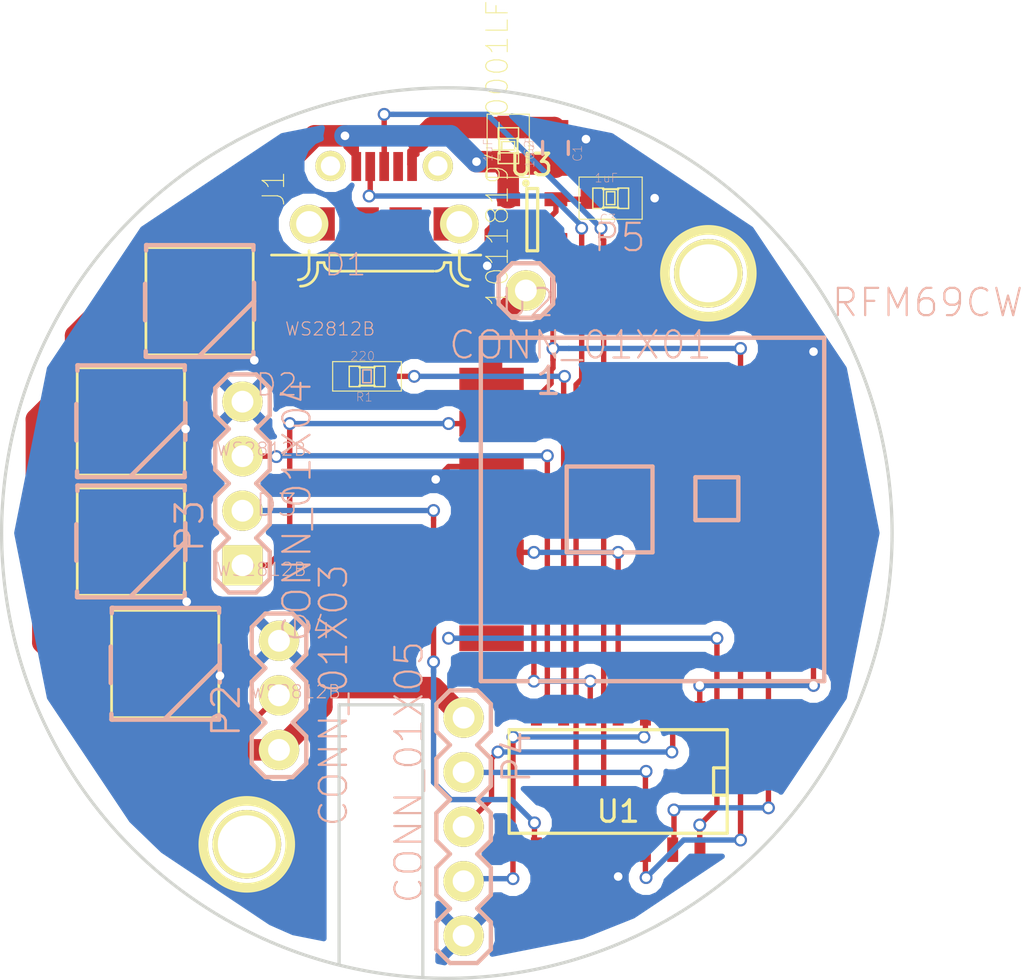
<source format=kicad_pcb>
(kicad_pcb (version 4) (host pcbnew 4.0.2+dfsg1-stable)

  (general
    (links 46)
    (no_connects 0)
    (area 139.203688 42.683688 180.836312 84.316312)
    (thickness 1.6)
    (drawings 5)
    (tracks 271)
    (zones 0)
    (modules 18)
    (nets 30)
  )

  (page A4)
  (layers
    (0 F.Cu signal)
    (31 B.Cu signal)
    (32 B.Adhes user)
    (33 F.Adhes user)
    (34 B.Paste user)
    (35 F.Paste user)
    (36 B.SilkS user)
    (37 F.SilkS user)
    (38 B.Mask user)
    (39 F.Mask user)
    (40 Dwgs.User user)
    (41 Cmts.User user)
    (42 Eco1.User user)
    (43 Eco2.User user)
    (44 Edge.Cuts user)
    (45 Margin user)
    (46 B.CrtYd user)
    (47 F.CrtYd user)
    (48 B.Fab user)
    (49 F.Fab user)
  )

  (setup
    (last_trace_width 0.25)
    (user_trace_width 0.25)
    (user_trace_width 0.5)
    (user_trace_width 0.75)
    (user_trace_width 1)
    (trace_clearance 0.2)
    (zone_clearance 0.508)
    (zone_45_only no)
    (trace_min 0.16)
    (segment_width 0.15)
    (edge_width 0.15)
    (via_size 0.6)
    (via_drill 0.4)
    (via_min_size 0.4)
    (via_min_drill 0.3)
    (uvia_size 0.3)
    (uvia_drill 0.1)
    (uvias_allowed no)
    (uvia_min_size 0.2)
    (uvia_min_drill 0.1)
    (pcb_text_width 0.3)
    (pcb_text_size 1.5 1.5)
    (mod_edge_width 0.15)
    (mod_text_size 1 1)
    (mod_text_width 0.15)
    (pad_size 1.524 1.524)
    (pad_drill 0.762)
    (pad_to_mask_clearance 0.2)
    (aux_axis_origin 0 0)
    (grid_origin 154.4 45.6)
    (visible_elements FFFFFF7F)
    (pcbplotparams
      (layerselection 0x00030_80000001)
      (usegerberextensions false)
      (excludeedgelayer true)
      (linewidth 0.100000)
      (plotframeref false)
      (viasonmask false)
      (mode 1)
      (useauxorigin false)
      (hpglpennumber 1)
      (hpglpenspeed 20)
      (hpglpendiameter 15)
      (hpglpenoverlay 2)
      (psnegative false)
      (psa4output false)
      (plotreference true)
      (plotvalue true)
      (plotinvisibletext false)
      (padsonsilk false)
      (subtractmaskfromsilk false)
      (outputformat 1)
      (mirror false)
      (drillshape 1)
      (scaleselection 1)
      (outputdirectory ""))
  )

  (net 0 "")
  (net 1 GND)
  (net 2 +5V)
  (net 3 +3V3)
  (net 4 "Net-(D1-Pad2)")
  (net 5 "Net-(D1-Pad4)")
  (net 6 "Net-(D2-Pad2)")
  (net 7 "Net-(D3-Pad2)")
  (net 8 LED_EXTERNAL)
  (net 9 ARM_SWDIO)
  (net 10 ARM_SWCLK)
  (net 11 AUX1)
  (net 12 AUX2)
  (net 13 ANTENNA)
  (net 14 LED_INTERNAL)
  (net 15 RADIO_MISO)
  (net 16 RADIO_MOSI)
  (net 17 RADIO_SCK)
  (net 18 USB_D-)
  (net 19 RADIO_DIO0)
  (net 20 RADIO_NSS)
  (net 21 USB_D+)
  (net 22 "Net-(U2-Pad4)")
  (net 23 "Net-(U2-Pad10)")
  (net 24 "Net-(U2-Pad11)")
  (net 25 "Net-(U2-Pad12)")
  (net 26 "Net-(U2-Pad13)")
  (net 27 "Net-(U3-Pad3)")
  (net 28 "Net-(U3-Pad4)")
  (net 29 "Net-(J1-Pad4)")

  (net_class Default "This is the default net class."
    (clearance 0.2)
    (trace_width 0.25)
    (via_dia 0.6)
    (via_drill 0.4)
    (uvia_dia 0.3)
    (uvia_drill 0.1)
    (add_net +3V3)
    (add_net +5V)
    (add_net ANTENNA)
    (add_net ARM_SWCLK)
    (add_net ARM_SWDIO)
    (add_net AUX1)
    (add_net AUX2)
    (add_net GND)
    (add_net LED_EXTERNAL)
    (add_net LED_INTERNAL)
    (add_net "Net-(D1-Pad2)")
    (add_net "Net-(D1-Pad4)")
    (add_net "Net-(D2-Pad2)")
    (add_net "Net-(D3-Pad2)")
    (add_net "Net-(J1-Pad4)")
    (add_net "Net-(U2-Pad10)")
    (add_net "Net-(U2-Pad11)")
    (add_net "Net-(U2-Pad12)")
    (add_net "Net-(U2-Pad13)")
    (add_net "Net-(U2-Pad4)")
    (add_net "Net-(U3-Pad3)")
    (add_net "Net-(U3-Pad4)")
    (add_net RADIO_DIO0)
    (add_net RADIO_MISO)
    (add_net RADIO_MOSI)
    (add_net RADIO_NSS)
    (add_net RADIO_SCK)
    (add_net USB_D+)
    (add_net USB_D-)
  )

  (module SparkFun-Connectors:1X03 placed (layer F.Cu) (tedit 200000) (tstamp 5A596640)
    (at 152.2 73.6 90)
    (path /5A5420CD)
    (attr virtual)
    (fp_text reference P2 (at 1.8288 -2.4638 90) (layer B.SilkS)
      (effects (font (size 1.27 1.27) (thickness 0.127)))
    )
    (fp_text value CONN_01X03 (at 2.54 2.54 90) (layer B.SilkS)
      (effects (font (size 1.27 1.27) (thickness 0.1016)))
    )
    (fp_line (start 4.826 0.254) (end 5.334 0.254) (layer F.SilkS) (width 0.06604))
    (fp_line (start 5.334 0.254) (end 5.334 -0.254) (layer F.SilkS) (width 0.06604))
    (fp_line (start 4.826 -0.254) (end 5.334 -0.254) (layer F.SilkS) (width 0.06604))
    (fp_line (start 4.826 0.254) (end 4.826 -0.254) (layer F.SilkS) (width 0.06604))
    (fp_line (start 2.286 0.254) (end 2.794 0.254) (layer F.SilkS) (width 0.06604))
    (fp_line (start 2.794 0.254) (end 2.794 -0.254) (layer F.SilkS) (width 0.06604))
    (fp_line (start 2.286 -0.254) (end 2.794 -0.254) (layer F.SilkS) (width 0.06604))
    (fp_line (start 2.286 0.254) (end 2.286 -0.254) (layer F.SilkS) (width 0.06604))
    (fp_line (start -0.254 0.254) (end 0.254 0.254) (layer F.SilkS) (width 0.06604))
    (fp_line (start 0.254 0.254) (end 0.254 -0.254) (layer F.SilkS) (width 0.06604))
    (fp_line (start -0.254 -0.254) (end 0.254 -0.254) (layer F.SilkS) (width 0.06604))
    (fp_line (start -0.254 0.254) (end -0.254 -0.254) (layer F.SilkS) (width 0.06604))
    (fp_line (start 3.81 -0.635) (end 4.445 -1.27) (layer B.SilkS) (width 0.2032))
    (fp_line (start 4.445 -1.27) (end 5.715 -1.27) (layer B.SilkS) (width 0.2032))
    (fp_line (start 5.715 -1.27) (end 6.35 -0.635) (layer B.SilkS) (width 0.2032))
    (fp_line (start 6.35 0.635) (end 5.715 1.27) (layer B.SilkS) (width 0.2032))
    (fp_line (start 5.715 1.27) (end 4.445 1.27) (layer B.SilkS) (width 0.2032))
    (fp_line (start 4.445 1.27) (end 3.81 0.635) (layer B.SilkS) (width 0.2032))
    (fp_line (start -0.635 -1.27) (end 0.635 -1.27) (layer B.SilkS) (width 0.2032))
    (fp_line (start 0.635 -1.27) (end 1.27 -0.635) (layer B.SilkS) (width 0.2032))
    (fp_line (start 1.27 0.635) (end 0.635 1.27) (layer B.SilkS) (width 0.2032))
    (fp_line (start 1.27 -0.635) (end 1.905 -1.27) (layer B.SilkS) (width 0.2032))
    (fp_line (start 1.905 -1.27) (end 3.175 -1.27) (layer B.SilkS) (width 0.2032))
    (fp_line (start 3.175 -1.27) (end 3.81 -0.635) (layer B.SilkS) (width 0.2032))
    (fp_line (start 3.81 0.635) (end 3.175 1.27) (layer B.SilkS) (width 0.2032))
    (fp_line (start 3.175 1.27) (end 1.905 1.27) (layer B.SilkS) (width 0.2032))
    (fp_line (start 1.905 1.27) (end 1.27 0.635) (layer B.SilkS) (width 0.2032))
    (fp_line (start -1.27 -0.635) (end -1.27 0.635) (layer B.SilkS) (width 0.2032))
    (fp_line (start -0.635 -1.27) (end -1.27 -0.635) (layer B.SilkS) (width 0.2032))
    (fp_line (start -1.27 0.635) (end -0.635 1.27) (layer B.SilkS) (width 0.2032))
    (fp_line (start 0.635 1.27) (end -0.635 1.27) (layer B.SilkS) (width 0.2032))
    (fp_line (start 6.35 -0.635) (end 6.35 0.635) (layer B.SilkS) (width 0.2032))
    (pad 1 thru_hole circle (at 0 0 90) (size 1.8796 1.8796) (drill 1.016) (layers *.Cu F.Paste F.SilkS F.Mask)
      (net 2 +5V))
    (pad 2 thru_hole circle (at 2.54 0 90) (size 1.8796 1.8796) (drill 1.016) (layers *.Cu F.Paste F.SilkS F.Mask)
      (net 8 LED_EXTERNAL))
    (pad 3 thru_hole circle (at 5.08 0 90) (size 1.8796 1.8796) (drill 1.016) (layers *.Cu F.Paste F.SilkS F.Mask)
      (net 1 GND))
  )

  (module SparkFun-Connectors:1X05 placed (layer F.Cu) (tedit 200000) (tstamp 5A5966AF)
    (at 160.8 72.1 270)
    (path /5A54290F)
    (attr virtual)
    (fp_text reference P4 (at 1.8288 -2.4638 270) (layer B.SilkS)
      (effects (font (size 1.27 1.27) (thickness 0.127)))
    )
    (fp_text value CONN_01X05 (at 2.54 2.54 270) (layer B.SilkS)
      (effects (font (size 1.27 1.27) (thickness 0.1016)))
    )
    (fp_line (start 9.906 0.254) (end 10.414 0.254) (layer F.SilkS) (width 0.06604))
    (fp_line (start 10.414 0.254) (end 10.414 -0.254) (layer F.SilkS) (width 0.06604))
    (fp_line (start 9.906 -0.254) (end 10.414 -0.254) (layer F.SilkS) (width 0.06604))
    (fp_line (start 9.906 0.254) (end 9.906 -0.254) (layer F.SilkS) (width 0.06604))
    (fp_line (start 7.366 0.254) (end 7.874 0.254) (layer F.SilkS) (width 0.06604))
    (fp_line (start 7.874 0.254) (end 7.874 -0.254) (layer F.SilkS) (width 0.06604))
    (fp_line (start 7.366 -0.254) (end 7.874 -0.254) (layer F.SilkS) (width 0.06604))
    (fp_line (start 7.366 0.254) (end 7.366 -0.254) (layer F.SilkS) (width 0.06604))
    (fp_line (start 4.826 0.254) (end 5.334 0.254) (layer F.SilkS) (width 0.06604))
    (fp_line (start 5.334 0.254) (end 5.334 -0.254) (layer F.SilkS) (width 0.06604))
    (fp_line (start 4.826 -0.254) (end 5.334 -0.254) (layer F.SilkS) (width 0.06604))
    (fp_line (start 4.826 0.254) (end 4.826 -0.254) (layer F.SilkS) (width 0.06604))
    (fp_line (start 2.286 0.254) (end 2.794 0.254) (layer F.SilkS) (width 0.06604))
    (fp_line (start 2.794 0.254) (end 2.794 -0.254) (layer F.SilkS) (width 0.06604))
    (fp_line (start 2.286 -0.254) (end 2.794 -0.254) (layer F.SilkS) (width 0.06604))
    (fp_line (start 2.286 0.254) (end 2.286 -0.254) (layer F.SilkS) (width 0.06604))
    (fp_line (start -0.254 0.254) (end 0.254 0.254) (layer F.SilkS) (width 0.06604))
    (fp_line (start 0.254 0.254) (end 0.254 -0.254) (layer F.SilkS) (width 0.06604))
    (fp_line (start -0.254 -0.254) (end 0.254 -0.254) (layer F.SilkS) (width 0.06604))
    (fp_line (start -0.254 0.254) (end -0.254 -0.254) (layer F.SilkS) (width 0.06604))
    (fp_line (start 6.985 -1.27) (end 8.255 -1.27) (layer B.SilkS) (width 0.2032))
    (fp_line (start 8.255 -1.27) (end 8.89 -0.635) (layer B.SilkS) (width 0.2032))
    (fp_line (start 8.89 0.635) (end 8.255 1.27) (layer B.SilkS) (width 0.2032))
    (fp_line (start 8.89 -0.635) (end 9.525 -1.27) (layer B.SilkS) (width 0.2032))
    (fp_line (start 9.525 -1.27) (end 10.795 -1.27) (layer B.SilkS) (width 0.2032))
    (fp_line (start 10.795 -1.27) (end 11.43 -0.635) (layer B.SilkS) (width 0.2032))
    (fp_line (start 11.43 0.635) (end 10.795 1.27) (layer B.SilkS) (width 0.2032))
    (fp_line (start 10.795 1.27) (end 9.525 1.27) (layer B.SilkS) (width 0.2032))
    (fp_line (start 9.525 1.27) (end 8.89 0.635) (layer B.SilkS) (width 0.2032))
    (fp_line (start 3.81 -0.635) (end 4.445 -1.27) (layer B.SilkS) (width 0.2032))
    (fp_line (start 4.445 -1.27) (end 5.715 -1.27) (layer B.SilkS) (width 0.2032))
    (fp_line (start 5.715 -1.27) (end 6.35 -0.635) (layer B.SilkS) (width 0.2032))
    (fp_line (start 6.35 0.635) (end 5.715 1.27) (layer B.SilkS) (width 0.2032))
    (fp_line (start 5.715 1.27) (end 4.445 1.27) (layer B.SilkS) (width 0.2032))
    (fp_line (start 4.445 1.27) (end 3.81 0.635) (layer B.SilkS) (width 0.2032))
    (fp_line (start 6.985 -1.27) (end 6.35 -0.635) (layer B.SilkS) (width 0.2032))
    (fp_line (start 6.35 0.635) (end 6.985 1.27) (layer B.SilkS) (width 0.2032))
    (fp_line (start 8.255 1.27) (end 6.985 1.27) (layer B.SilkS) (width 0.2032))
    (fp_line (start -0.635 -1.27) (end 0.635 -1.27) (layer B.SilkS) (width 0.2032))
    (fp_line (start 0.635 -1.27) (end 1.27 -0.635) (layer B.SilkS) (width 0.2032))
    (fp_line (start 1.27 0.635) (end 0.635 1.27) (layer B.SilkS) (width 0.2032))
    (fp_line (start 1.27 -0.635) (end 1.905 -1.27) (layer B.SilkS) (width 0.2032))
    (fp_line (start 1.905 -1.27) (end 3.175 -1.27) (layer B.SilkS) (width 0.2032))
    (fp_line (start 3.175 -1.27) (end 3.81 -0.635) (layer B.SilkS) (width 0.2032))
    (fp_line (start 3.81 0.635) (end 3.175 1.27) (layer B.SilkS) (width 0.2032))
    (fp_line (start 3.175 1.27) (end 1.905 1.27) (layer B.SilkS) (width 0.2032))
    (fp_line (start 1.905 1.27) (end 1.27 0.635) (layer B.SilkS) (width 0.2032))
    (fp_line (start -1.27 -0.635) (end -1.27 0.635) (layer B.SilkS) (width 0.2032))
    (fp_line (start -0.635 -1.27) (end -1.27 -0.635) (layer B.SilkS) (width 0.2032))
    (fp_line (start -1.27 0.635) (end -0.635 1.27) (layer B.SilkS) (width 0.2032))
    (fp_line (start 0.635 1.27) (end -0.635 1.27) (layer B.SilkS) (width 0.2032))
    (fp_line (start 11.43 -0.635) (end 11.43 0.635) (layer B.SilkS) (width 0.2032))
    (pad 1 thru_hole circle (at 0 0 270) (size 1.8796 1.8796) (drill 1.016) (layers *.Cu F.Paste F.SilkS F.Mask)
      (net 2 +5V))
    (pad 2 thru_hole circle (at 2.54 0 270) (size 1.8796 1.8796) (drill 1.016) (layers *.Cu F.Paste F.SilkS F.Mask)
      (net 3 +3V3))
    (pad 3 thru_hole circle (at 5.08 0 270) (size 1.8796 1.8796) (drill 1.016) (layers *.Cu F.Paste F.SilkS F.Mask)
      (net 11 AUX1))
    (pad 4 thru_hole circle (at 7.62 0 270) (size 1.8796 1.8796) (drill 1.016) (layers *.Cu F.Paste F.SilkS F.Mask)
      (net 12 AUX2))
    (pad 5 thru_hole circle (at 10.16 0 270) (size 1.8796 1.8796) (drill 1.016) (layers *.Cu F.Paste F.SilkS F.Mask)
      (net 1 GND))
  )

  (module SMD_Packages:SOIC-14_N placed (layer F.Cu) (tedit 0) (tstamp 5A5966F5)
    (at 168 75.2 180)
    (descr "Module CMS SOJ 14 pins Large")
    (tags "CMS SOJ")
    (path /5A541B47)
    (attr smd)
    (fp_text reference U1 (at 0 -1.27 180) (layer F.SilkS)
      (effects (font (size 1 1) (thickness 0.15)))
    )
    (fp_text value SAM_D11C (at 0 1.27 180) (layer F.Fab)
      (effects (font (size 1 1) (thickness 0.15)))
    )
    (fp_line (start 5.08 -2.286) (end 5.08 2.54) (layer F.SilkS) (width 0.15))
    (fp_line (start 5.08 2.54) (end -5.08 2.54) (layer F.SilkS) (width 0.15))
    (fp_line (start -5.08 2.54) (end -5.08 -2.286) (layer F.SilkS) (width 0.15))
    (fp_line (start -5.08 -2.286) (end 5.08 -2.286) (layer F.SilkS) (width 0.15))
    (fp_line (start -5.08 -0.508) (end -4.445 -0.508) (layer F.SilkS) (width 0.15))
    (fp_line (start -4.445 -0.508) (end -4.445 0.762) (layer F.SilkS) (width 0.15))
    (fp_line (start -4.445 0.762) (end -5.08 0.762) (layer F.SilkS) (width 0.15))
    (pad 1 smd rect (at -3.81 3.302 180) (size 0.508 1.143) (layers F.Cu F.Paste F.Mask)
      (net 15 RADIO_MISO))
    (pad 2 smd rect (at -2.54 3.302 180) (size 0.508 1.143) (layers F.Cu F.Paste F.Mask)
      (net 11 AUX1))
    (pad 3 smd rect (at -1.27 3.302 180) (size 0.508 1.143) (layers F.Cu F.Paste F.Mask)
      (net 12 AUX2))
    (pad 4 smd rect (at 0 3.302 180) (size 0.508 1.143) (layers F.Cu F.Paste F.Mask)
      (net 16 RADIO_MOSI))
    (pad 5 smd rect (at 1.27 3.302 180) (size 0.508 1.143) (layers F.Cu F.Paste F.Mask)
      (net 17 RADIO_SCK))
    (pad 6 smd rect (at 2.54 3.302 180) (size 0.508 1.143) (layers F.Cu F.Paste F.Mask)
      (net 14 LED_INTERNAL))
    (pad 7 smd rect (at 3.81 3.302 180) (size 0.508 1.143) (layers F.Cu F.Paste F.Mask)
      (net 10 ARM_SWCLK))
    (pad 8 smd rect (at 3.81 -3.048 180) (size 0.508 1.143) (layers F.Cu F.Paste F.Mask)
      (net 9 ARM_SWDIO))
    (pad 9 smd rect (at 2.54 -3.048 180) (size 0.508 1.143) (layers F.Cu F.Paste F.Mask)
      (net 18 USB_D-))
    (pad 11 smd rect (at 0 -3.048 180) (size 0.508 1.143) (layers F.Cu F.Paste F.Mask)
      (net 1 GND))
    (pad 12 smd rect (at -1.27 -3.048 180) (size 0.508 1.143) (layers F.Cu F.Paste F.Mask)
      (net 3 +3V3))
    (pad 13 smd rect (at -2.54 -3.048 180) (size 0.508 1.143) (layers F.Cu F.Paste F.Mask)
      (net 19 RADIO_DIO0))
    (pad 14 smd rect (at -3.81 -3.048 180) (size 0.508 1.143) (layers F.Cu F.Paste F.Mask)
      (net 20 RADIO_NSS))
    (pad 10 smd rect (at 1.27 -3.048 180) (size 0.508 1.143) (layers F.Cu F.Paste F.Mask)
      (net 21 USB_D+))
    (model SMD_Packages.3dshapes/SOIC-14_N.wrl
      (at (xyz 0 0 0))
      (scale (xyz 0.5 0.4 0.5))
      (rotate (xyz 0 0 0))
    )
  )

  (module 10118194-0001LF:FRAMATOME_10118194-0001LF placed (layer F.Cu) (tedit 0) (tstamp 5A5C3E7E)
    (at 157.1 49.1)
    (path /5A59670D)
    (attr smd)
    (fp_text reference J1 (at -5.14888 -1.64444 90) (layer F.SilkS)
      (effects (font (size 1.0027 1.0027) (thickness 0.05)))
    )
    (fp_text value 10118194-0001LF (at 5.27243 -3.27961 90) (layer F.SilkS)
      (effects (font (size 1.00141 1.00141) (thickness 0.05)))
    )
    (fp_line (start -3.5 -2.85) (end 3.5 -2.85) (layer Dwgs.User) (width 0.127))
    (fp_line (start -3.5 1.25) (end -3.5 2.1) (layer F.SilkS) (width 0.127))
    (fp_line (start -3.5 2.1) (end -3.5 2.15) (layer F.SilkS) (width 0.127))
    (fp_line (start 3.5 1.25) (end 3.5 2.15) (layer F.SilkS) (width 0.127))
    (fp_line (start -5.25 1.45) (end 4.5 1.45) (layer F.SilkS) (width 0.127))
    (fp_arc (start -4 2.1) (end -4 2.6) (angle -90) (layer F.SilkS) (width 0.127))
    (fp_arc (start -3.9 2.1) (end -3.1 2.1) (angle 90) (layer F.SilkS) (width 0.127))
    (fp_line (start -3.1 2.1) (end -3.1 1.8) (layer F.SilkS) (width 0.127))
    (fp_line (start -3.1 1.8) (end -2.8 1.8) (layer F.SilkS) (width 0.127))
    (fp_arc (start -2.4 1.8) (end -2.4 2.2) (angle 90) (layer F.SilkS) (width 0.127))
    (fp_line (start 3.5 1.25) (end 3.5 2.1) (layer F.SilkS) (width 0.127))
    (fp_line (start 3.5 2.1) (end 3.5 2.15) (layer F.SilkS) (width 0.127))
    (fp_arc (start 4 2.1) (end 4 2.6) (angle 90) (layer F.SilkS) (width 0.127))
    (fp_arc (start 3.9 2.1) (end 3.1 2.1) (angle -90) (layer F.SilkS) (width 0.127))
    (fp_line (start 3.1 2.1) (end 3.1 1.8) (layer F.SilkS) (width 0.127))
    (fp_line (start 3.1 1.8) (end 2.8 1.8) (layer F.SilkS) (width 0.127))
    (fp_arc (start 2.4 1.8) (end 2.4 2.2) (angle -90) (layer F.SilkS) (width 0.127))
    (fp_line (start -2.4 2.2) (end 2.3 2.2) (layer F.SilkS) (width 0.127))
    (fp_line (start -2.5 -3.7) (end 3.8 -3.7) (layer Dwgs.User) (width 0.127))
    (fp_line (start 3.8 -3.7) (end 3.8 -1.2) (layer Dwgs.User) (width 0.127))
    (fp_line (start 3.8 -1.2) (end 4.7 -1.2) (layer Dwgs.User) (width 0.127))
    (fp_line (start 4.7 -1.2) (end 4.7 1.2) (layer Dwgs.User) (width 0.127))
    (fp_line (start 4.7 1.2) (end 4.3 1.2) (layer Dwgs.User) (width 0.127))
    (fp_line (start 4.3 1.2) (end 4.3 3.2) (layer Dwgs.User) (width 0.127))
    (fp_line (start 4.3 3.2) (end -4.3 3.2) (layer Dwgs.User) (width 0.127))
    (fp_line (start -4.3 3.2) (end -4.3 1.2) (layer Dwgs.User) (width 0.127))
    (fp_line (start -4.3 1.2) (end -4.7 1.2) (layer Dwgs.User) (width 0.127))
    (fp_line (start -4.7 1.2) (end -4.7 -1.2) (layer Dwgs.User) (width 0.127))
    (fp_line (start -4.7 -1.2) (end -3.8 -1.2) (layer Dwgs.User) (width 0.127))
    (fp_line (start -3.8 -1.2) (end -3.8 -3.7) (layer Dwgs.User) (width 0.127))
    (fp_line (start -3.8 -3.7) (end -1.8 -3.7) (layer Dwgs.User) (width 0.127))
    (pad 1 smd rect (at -1.3 -2.675 180) (size 0.45 1.35) (layers F.Cu F.Paste F.Mask)
      (net 2 +5V))
    (pad 2 smd rect (at -0.65 -2.675 180) (size 0.45 1.35) (layers F.Cu F.Paste F.Mask)
      (net 18 USB_D-))
    (pad 3 smd rect (at 0 -2.675 180) (size 0.45 1.35) (layers F.Cu F.Paste F.Mask)
      (net 21 USB_D+))
    (pad 4 smd rect (at 0.65 -2.675 180) (size 0.45 1.35) (layers F.Cu F.Paste F.Mask)
      (net 29 "Net-(J1-Pad4)"))
    (pad 5 smd rect (at 1.3 -2.675 180) (size 0.45 1.35) (layers F.Cu F.Paste F.Mask)
      (net 1 GND))
    (pad P$6 thru_hole circle (at -2.5 -2.7) (size 1.408 1.408) (drill 0.9) (layers *.Cu *.Mask F.SilkS))
    (pad P$7 thru_hole circle (at 2.5 -2.7) (size 1.408 1.408) (drill 0.9) (layers *.Cu *.Mask F.SilkS))
    (pad P$8 thru_hole circle (at -3.5 0) (size 1.8 1.8) (drill 1.2) (layers *.Cu *.Mask F.SilkS))
    (pad P$9 thru_hole circle (at 3.5 0) (size 1.8 1.8) (drill 1.2) (layers *.Cu *.Mask F.SilkS))
    (pad P$10 smd rect (at -1 0) (size 1.5 1.55) (layers F.Cu F.Paste F.Mask))
    (pad P$11 smd rect (at 1 0) (size 1.5 1.55) (layers F.Cu F.Paste F.Mask))
    (pad P$12 smd rect (at -3.05 0) (size 1.5 1.55) (layers F.Cu F.Paste F.Mask))
    (pad P$13 smd rect (at 3.05 0) (size 1.5 1.55) (layers F.Cu F.Paste F.Mask))
  )

  (module SparkFun-Capacitors:0805 placed (layer F.Cu) (tedit 200000) (tstamp 5A596548)
    (at 165.07792 45.559766 270)
    (path /5A548BBE)
    (attr smd)
    (fp_text reference C1 (at 0.254 -1.0287 270) (layer B.SilkS)
      (effects (font (size 0.4064 0.4064) (thickness 0.0254)))
    )
    (fp_text value 10uF (at 0.2032 1.1938 270) (layer B.SilkS)
      (effects (font (size 0.4064 0.4064) (thickness 0.0254)))
    )
    (fp_line (start -0.29972 -0.59944) (end 0.29972 -0.59944) (layer B.SilkS) (width 0.1524))
    (fp_line (start -0.29972 0.59944) (end 0.29972 0.59944) (layer B.SilkS) (width 0.1524))
    (pad 1 smd rect (at -0.89916 0 270) (size 0.79756 1.19888) (layers F.Cu F.Paste F.Mask)
      (net 1 GND))
    (pad 2 smd rect (at 0.89916 0 270) (size 0.79756 1.19888) (layers F.Cu F.Paste F.Mask)
      (net 2 +5V))
  )

  (module SparkFun-Capacitors:0603 placed (layer F.Cu) (tedit 200000) (tstamp 5A596560)
    (at 162.87792 45.459766 270)
    (path /5A5477DB)
    (attr smd)
    (fp_text reference C2 (at 0.127 -0.9652 270) (layer B.SilkS)
      (effects (font (size 0.4064 0.4064) (thickness 0.0254)))
    )
    (fp_text value 1uF (at 0.2032 0.9398 270) (layer B.SilkS)
      (effects (font (size 0.4064 0.4064) (thickness 0.0254)))
    )
    (fp_line (start -0.8382 0.4699) (end -0.33782 0.4699) (layer F.SilkS) (width 0.06604))
    (fp_line (start -0.33782 0.4699) (end -0.33782 -0.48006) (layer F.SilkS) (width 0.06604))
    (fp_line (start -0.8382 -0.48006) (end -0.33782 -0.48006) (layer F.SilkS) (width 0.06604))
    (fp_line (start -0.8382 0.4699) (end -0.8382 -0.48006) (layer F.SilkS) (width 0.06604))
    (fp_line (start 0.3302 0.4699) (end 0.82804 0.4699) (layer F.SilkS) (width 0.06604))
    (fp_line (start 0.82804 0.4699) (end 0.82804 -0.48006) (layer F.SilkS) (width 0.06604))
    (fp_line (start 0.3302 -0.48006) (end 0.82804 -0.48006) (layer F.SilkS) (width 0.06604))
    (fp_line (start 0.3302 0.4699) (end 0.3302 -0.48006) (layer F.SilkS) (width 0.06604))
    (fp_line (start -0.19812 0.29972) (end 0.19812 0.29972) (layer F.SilkS) (width 0.06604))
    (fp_line (start 0.19812 0.29972) (end 0.19812 -0.29972) (layer F.SilkS) (width 0.06604))
    (fp_line (start -0.19812 -0.29972) (end 0.19812 -0.29972) (layer F.SilkS) (width 0.06604))
    (fp_line (start -0.19812 0.29972) (end -0.19812 -0.29972) (layer F.SilkS) (width 0.06604))
    (fp_line (start -1.47066 -0.98298) (end 1.47066 -0.98298) (layer F.SilkS) (width 0.0508))
    (fp_line (start 1.47066 -0.98298) (end 1.47066 0.98298) (layer F.SilkS) (width 0.0508))
    (fp_line (start 1.47066 0.98298) (end -1.47066 0.98298) (layer F.SilkS) (width 0.0508))
    (fp_line (start -1.47066 0.98298) (end -1.47066 -0.98298) (layer F.SilkS) (width 0.0508))
    (fp_line (start -0.3556 -0.4318) (end 0.3556 -0.4318) (layer F.SilkS) (width 0.1016))
    (fp_line (start -0.3556 0.41656) (end 0.3556 0.41656) (layer F.SilkS) (width 0.1016))
    (pad 1 smd rect (at -0.84836 0 270) (size 1.09982 0.99822) (layers F.Cu F.Paste F.Mask)
      (net 1 GND))
    (pad 2 smd rect (at 0.84836 0 270) (size 1.09982 0.99822) (layers F.Cu F.Paste F.Mask)
      (net 2 +5V))
  )

  (module SparkFun-Capacitors:0603 placed (layer F.Cu) (tedit 200000) (tstamp 5A596578)
    (at 167.64836 47.9 180)
    (path /5A547830)
    (attr smd)
    (fp_text reference C3 (at 0.127 -0.9652 180) (layer B.SilkS)
      (effects (font (size 0.4064 0.4064) (thickness 0.0254)))
    )
    (fp_text value 1uF (at 0.2032 0.9398 180) (layer B.SilkS)
      (effects (font (size 0.4064 0.4064) (thickness 0.0254)))
    )
    (fp_line (start -0.8382 0.4699) (end -0.33782 0.4699) (layer F.SilkS) (width 0.06604))
    (fp_line (start -0.33782 0.4699) (end -0.33782 -0.48006) (layer F.SilkS) (width 0.06604))
    (fp_line (start -0.8382 -0.48006) (end -0.33782 -0.48006) (layer F.SilkS) (width 0.06604))
    (fp_line (start -0.8382 0.4699) (end -0.8382 -0.48006) (layer F.SilkS) (width 0.06604))
    (fp_line (start 0.3302 0.4699) (end 0.82804 0.4699) (layer F.SilkS) (width 0.06604))
    (fp_line (start 0.82804 0.4699) (end 0.82804 -0.48006) (layer F.SilkS) (width 0.06604))
    (fp_line (start 0.3302 -0.48006) (end 0.82804 -0.48006) (layer F.SilkS) (width 0.06604))
    (fp_line (start 0.3302 0.4699) (end 0.3302 -0.48006) (layer F.SilkS) (width 0.06604))
    (fp_line (start -0.19812 0.29972) (end 0.19812 0.29972) (layer F.SilkS) (width 0.06604))
    (fp_line (start 0.19812 0.29972) (end 0.19812 -0.29972) (layer F.SilkS) (width 0.06604))
    (fp_line (start -0.19812 -0.29972) (end 0.19812 -0.29972) (layer F.SilkS) (width 0.06604))
    (fp_line (start -0.19812 0.29972) (end -0.19812 -0.29972) (layer F.SilkS) (width 0.06604))
    (fp_line (start -1.47066 -0.98298) (end 1.47066 -0.98298) (layer F.SilkS) (width 0.0508))
    (fp_line (start 1.47066 -0.98298) (end 1.47066 0.98298) (layer F.SilkS) (width 0.0508))
    (fp_line (start 1.47066 0.98298) (end -1.47066 0.98298) (layer F.SilkS) (width 0.0508))
    (fp_line (start -1.47066 0.98298) (end -1.47066 -0.98298) (layer F.SilkS) (width 0.0508))
    (fp_line (start -0.3556 -0.4318) (end 0.3556 -0.4318) (layer F.SilkS) (width 0.1016))
    (fp_line (start -0.3556 0.41656) (end 0.3556 0.41656) (layer F.SilkS) (width 0.1016))
    (pad 1 smd rect (at -0.84836 0 180) (size 1.09982 0.99822) (layers F.Cu F.Paste F.Mask)
      (net 1 GND))
    (pad 2 smd rect (at 0.84836 0 180) (size 1.09982 0.99822) (layers F.Cu F.Paste F.Mask)
      (net 3 +3V3))
  )

  (module SparkFun-LED:WS2812B placed (layer F.Cu) (tedit 200000) (tstamp 5A596592)
    (at 148.5 52.7)
    (descr "INTELLIGENT CONTROL LED WITH INTEGRATED LIGHT SOURCE")
    (tags "INTELLIGENT CONTROL LED WITH INTEGRATED LIGHT SOURCE")
    (path /5A54355C)
    (attr smd)
    (fp_text reference D1 (at 6.79196 -1.70688) (layer B.SilkS)
      (effects (font (size 1.016 1.016) (thickness 0.0762)))
    )
    (fp_text value WS2812B (at 6.08076 1.29286) (layer B.SilkS)
      (effects (font (size 0.6096 0.6096) (thickness 0.0508)))
    )
    (fp_line (start -2.49936 -2.49936) (end -2.49936 2.49936) (layer F.SilkS) (width 0.127))
    (fp_line (start -2.49936 2.49936) (end 2.49936 2.49936) (layer F.SilkS) (width 0.127))
    (fp_line (start 2.49936 2.49936) (end 2.49936 -2.49936) (layer F.SilkS) (width 0.127))
    (fp_line (start 2.49936 -2.49936) (end -2.49936 -2.49936) (layer F.SilkS) (width 0.127))
    (fp_line (start -2.4892 -2.3622) (end -2.4892 -2.6162) (layer B.SilkS) (width 0.2032))
    (fp_line (start -2.4892 -2.6162) (end -2.4384 -2.6162) (layer B.SilkS) (width 0.2032))
    (fp_line (start -2.4384 -2.6162) (end -2.4384 -2.61112) (layer B.SilkS) (width 0.2032))
    (fp_line (start -2.4384 -2.61112) (end 2.50952 -2.61112) (layer B.SilkS) (width 0.2032))
    (fp_line (start 2.50952 -2.61112) (end 2.50952 -2.37998) (layer B.SilkS) (width 0.2032))
    (fp_line (start -2.50698 2.31902) (end -2.50698 2.58826) (layer B.SilkS) (width 0.2032))
    (fp_line (start -2.50698 2.58826) (end -2.45618 2.58826) (layer B.SilkS) (width 0.2032))
    (fp_line (start -2.45618 2.58826) (end -2.45618 2.59334) (layer B.SilkS) (width 0.2032))
    (fp_line (start -2.45618 2.59334) (end 2.50698 2.59334) (layer B.SilkS) (width 0.2032))
    (fp_line (start 2.50698 2.59334) (end 2.50698 2.36728) (layer B.SilkS) (width 0.2032))
    (fp_line (start -2.54 0.889) (end -2.54 -0.8128) (layer B.SilkS) (width 0.2032))
    (fp_line (start 2.54 -0.8636) (end 2.54 0) (layer B.SilkS) (width 0.2032))
    (fp_line (start 2.54 0) (end 2.54 0.8636) (layer B.SilkS) (width 0.2032))
    (fp_line (start 2.54 0) (end 0 2.54) (layer B.SilkS) (width 0.2032))
    (pad 1 smd rect (at -2.57556 -1.59766) (size 1.651 0.99822) (layers F.Cu F.Paste F.Mask)
      (net 2 +5V))
    (pad 2 smd rect (at -2.57556 1.59766) (size 1.651 0.99822) (layers F.Cu F.Paste F.Mask)
      (net 4 "Net-(D1-Pad2)"))
    (pad 3 smd rect (at 2.57556 1.59766) (size 1.651 0.99822) (layers F.Cu F.Paste F.Mask)
      (net 1 GND))
    (pad 4 smd rect (at 2.57556 -1.59766) (size 1.651 0.99822) (layers F.Cu F.Paste F.Mask)
      (net 5 "Net-(D1-Pad4)"))
  )

  (module SparkFun-LED:WS2812B placed (layer F.Cu) (tedit 200000) (tstamp 5A5965AC)
    (at 145.3 58.3)
    (descr "INTELLIGENT CONTROL LED WITH INTEGRATED LIGHT SOURCE")
    (tags "INTELLIGENT CONTROL LED WITH INTEGRATED LIGHT SOURCE")
    (path /5A5435CB)
    (attr smd)
    (fp_text reference D2 (at 6.79196 -1.70688) (layer B.SilkS)
      (effects (font (size 1.016 1.016) (thickness 0.0762)))
    )
    (fp_text value WS2812B (at 6.08076 1.29286) (layer B.SilkS)
      (effects (font (size 0.6096 0.6096) (thickness 0.0508)))
    )
    (fp_line (start -2.49936 -2.49936) (end -2.49936 2.49936) (layer F.SilkS) (width 0.127))
    (fp_line (start -2.49936 2.49936) (end 2.49936 2.49936) (layer F.SilkS) (width 0.127))
    (fp_line (start 2.49936 2.49936) (end 2.49936 -2.49936) (layer F.SilkS) (width 0.127))
    (fp_line (start 2.49936 -2.49936) (end -2.49936 -2.49936) (layer F.SilkS) (width 0.127))
    (fp_line (start -2.4892 -2.3622) (end -2.4892 -2.6162) (layer B.SilkS) (width 0.2032))
    (fp_line (start -2.4892 -2.6162) (end -2.4384 -2.6162) (layer B.SilkS) (width 0.2032))
    (fp_line (start -2.4384 -2.6162) (end -2.4384 -2.61112) (layer B.SilkS) (width 0.2032))
    (fp_line (start -2.4384 -2.61112) (end 2.50952 -2.61112) (layer B.SilkS) (width 0.2032))
    (fp_line (start 2.50952 -2.61112) (end 2.50952 -2.37998) (layer B.SilkS) (width 0.2032))
    (fp_line (start -2.50698 2.31902) (end -2.50698 2.58826) (layer B.SilkS) (width 0.2032))
    (fp_line (start -2.50698 2.58826) (end -2.45618 2.58826) (layer B.SilkS) (width 0.2032))
    (fp_line (start -2.45618 2.58826) (end -2.45618 2.59334) (layer B.SilkS) (width 0.2032))
    (fp_line (start -2.45618 2.59334) (end 2.50698 2.59334) (layer B.SilkS) (width 0.2032))
    (fp_line (start 2.50698 2.59334) (end 2.50698 2.36728) (layer B.SilkS) (width 0.2032))
    (fp_line (start -2.54 0.889) (end -2.54 -0.8128) (layer B.SilkS) (width 0.2032))
    (fp_line (start 2.54 -0.8636) (end 2.54 0) (layer B.SilkS) (width 0.2032))
    (fp_line (start 2.54 0) (end 2.54 0.8636) (layer B.SilkS) (width 0.2032))
    (fp_line (start 2.54 0) (end 0 2.54) (layer B.SilkS) (width 0.2032))
    (pad 1 smd rect (at -2.57556 -1.59766) (size 1.651 0.99822) (layers F.Cu F.Paste F.Mask)
      (net 2 +5V))
    (pad 2 smd rect (at -2.57556 1.59766) (size 1.651 0.99822) (layers F.Cu F.Paste F.Mask)
      (net 6 "Net-(D2-Pad2)"))
    (pad 3 smd rect (at 2.57556 1.59766) (size 1.651 0.99822) (layers F.Cu F.Paste F.Mask)
      (net 1 GND))
    (pad 4 smd rect (at 2.57556 -1.59766) (size 1.651 0.99822) (layers F.Cu F.Paste F.Mask)
      (net 4 "Net-(D1-Pad2)"))
  )

  (module SparkFun-LED:WS2812B placed (layer F.Cu) (tedit 200000) (tstamp 5A5965C6)
    (at 145.3 63.9)
    (descr "INTELLIGENT CONTROL LED WITH INTEGRATED LIGHT SOURCE")
    (tags "INTELLIGENT CONTROL LED WITH INTEGRATED LIGHT SOURCE")
    (path /5A543630)
    (attr smd)
    (fp_text reference D3 (at 6.79196 -1.70688) (layer B.SilkS)
      (effects (font (size 1.016 1.016) (thickness 0.0762)))
    )
    (fp_text value WS2812B (at 6.08076 1.29286) (layer B.SilkS)
      (effects (font (size 0.6096 0.6096) (thickness 0.0508)))
    )
    (fp_line (start -2.49936 -2.49936) (end -2.49936 2.49936) (layer F.SilkS) (width 0.127))
    (fp_line (start -2.49936 2.49936) (end 2.49936 2.49936) (layer F.SilkS) (width 0.127))
    (fp_line (start 2.49936 2.49936) (end 2.49936 -2.49936) (layer F.SilkS) (width 0.127))
    (fp_line (start 2.49936 -2.49936) (end -2.49936 -2.49936) (layer F.SilkS) (width 0.127))
    (fp_line (start -2.4892 -2.3622) (end -2.4892 -2.6162) (layer B.SilkS) (width 0.2032))
    (fp_line (start -2.4892 -2.6162) (end -2.4384 -2.6162) (layer B.SilkS) (width 0.2032))
    (fp_line (start -2.4384 -2.6162) (end -2.4384 -2.61112) (layer B.SilkS) (width 0.2032))
    (fp_line (start -2.4384 -2.61112) (end 2.50952 -2.61112) (layer B.SilkS) (width 0.2032))
    (fp_line (start 2.50952 -2.61112) (end 2.50952 -2.37998) (layer B.SilkS) (width 0.2032))
    (fp_line (start -2.50698 2.31902) (end -2.50698 2.58826) (layer B.SilkS) (width 0.2032))
    (fp_line (start -2.50698 2.58826) (end -2.45618 2.58826) (layer B.SilkS) (width 0.2032))
    (fp_line (start -2.45618 2.58826) (end -2.45618 2.59334) (layer B.SilkS) (width 0.2032))
    (fp_line (start -2.45618 2.59334) (end 2.50698 2.59334) (layer B.SilkS) (width 0.2032))
    (fp_line (start 2.50698 2.59334) (end 2.50698 2.36728) (layer B.SilkS) (width 0.2032))
    (fp_line (start -2.54 0.889) (end -2.54 -0.8128) (layer B.SilkS) (width 0.2032))
    (fp_line (start 2.54 -0.8636) (end 2.54 0) (layer B.SilkS) (width 0.2032))
    (fp_line (start 2.54 0) (end 2.54 0.8636) (layer B.SilkS) (width 0.2032))
    (fp_line (start 2.54 0) (end 0 2.54) (layer B.SilkS) (width 0.2032))
    (pad 1 smd rect (at -2.57556 -1.59766) (size 1.651 0.99822) (layers F.Cu F.Paste F.Mask)
      (net 2 +5V))
    (pad 2 smd rect (at -2.57556 1.59766) (size 1.651 0.99822) (layers F.Cu F.Paste F.Mask)
      (net 7 "Net-(D3-Pad2)"))
    (pad 3 smd rect (at 2.57556 1.59766) (size 1.651 0.99822) (layers F.Cu F.Paste F.Mask)
      (net 1 GND))
    (pad 4 smd rect (at 2.57556 -1.59766) (size 1.651 0.99822) (layers F.Cu F.Paste F.Mask)
      (net 6 "Net-(D2-Pad2)"))
  )

  (module SparkFun-LED:WS2812B placed (layer F.Cu) (tedit 200000) (tstamp 5A5965E0)
    (at 146.9 69.6)
    (descr "INTELLIGENT CONTROL LED WITH INTEGRATED LIGHT SOURCE")
    (tags "INTELLIGENT CONTROL LED WITH INTEGRATED LIGHT SOURCE")
    (path /5A54365F)
    (attr smd)
    (fp_text reference D4 (at 6.79196 -1.70688) (layer B.SilkS)
      (effects (font (size 1.016 1.016) (thickness 0.0762)))
    )
    (fp_text value WS2812B (at 6.08076 1.29286) (layer B.SilkS)
      (effects (font (size 0.6096 0.6096) (thickness 0.0508)))
    )
    (fp_line (start -2.49936 -2.49936) (end -2.49936 2.49936) (layer F.SilkS) (width 0.127))
    (fp_line (start -2.49936 2.49936) (end 2.49936 2.49936) (layer F.SilkS) (width 0.127))
    (fp_line (start 2.49936 2.49936) (end 2.49936 -2.49936) (layer F.SilkS) (width 0.127))
    (fp_line (start 2.49936 -2.49936) (end -2.49936 -2.49936) (layer F.SilkS) (width 0.127))
    (fp_line (start -2.4892 -2.3622) (end -2.4892 -2.6162) (layer B.SilkS) (width 0.2032))
    (fp_line (start -2.4892 -2.6162) (end -2.4384 -2.6162) (layer B.SilkS) (width 0.2032))
    (fp_line (start -2.4384 -2.6162) (end -2.4384 -2.61112) (layer B.SilkS) (width 0.2032))
    (fp_line (start -2.4384 -2.61112) (end 2.50952 -2.61112) (layer B.SilkS) (width 0.2032))
    (fp_line (start 2.50952 -2.61112) (end 2.50952 -2.37998) (layer B.SilkS) (width 0.2032))
    (fp_line (start -2.50698 2.31902) (end -2.50698 2.58826) (layer B.SilkS) (width 0.2032))
    (fp_line (start -2.50698 2.58826) (end -2.45618 2.58826) (layer B.SilkS) (width 0.2032))
    (fp_line (start -2.45618 2.58826) (end -2.45618 2.59334) (layer B.SilkS) (width 0.2032))
    (fp_line (start -2.45618 2.59334) (end 2.50698 2.59334) (layer B.SilkS) (width 0.2032))
    (fp_line (start 2.50698 2.59334) (end 2.50698 2.36728) (layer B.SilkS) (width 0.2032))
    (fp_line (start -2.54 0.889) (end -2.54 -0.8128) (layer B.SilkS) (width 0.2032))
    (fp_line (start 2.54 -0.8636) (end 2.54 0) (layer B.SilkS) (width 0.2032))
    (fp_line (start 2.54 0) (end 2.54 0.8636) (layer B.SilkS) (width 0.2032))
    (fp_line (start 2.54 0) (end 0 2.54) (layer B.SilkS) (width 0.2032))
    (pad 1 smd rect (at -2.57556 -1.59766) (size 1.651 0.99822) (layers F.Cu F.Paste F.Mask)
      (net 2 +5V))
    (pad 2 smd rect (at -2.57556 1.59766) (size 1.651 0.99822) (layers F.Cu F.Paste F.Mask)
      (net 8 LED_EXTERNAL))
    (pad 3 smd rect (at 2.57556 1.59766) (size 1.651 0.99822) (layers F.Cu F.Paste F.Mask)
      (net 1 GND))
    (pad 4 smd rect (at 2.57556 -1.59766) (size 1.651 0.99822) (layers F.Cu F.Paste F.Mask)
      (net 7 "Net-(D3-Pad2)"))
  )

  (module SparkFun-Connectors:1X04 placed (layer F.Cu) (tedit 200000) (tstamp 5A596672)
    (at 150.5 65 90)
    (path /5A5423D1)
    (attr virtual)
    (fp_text reference P3 (at 1.8288 -2.4638 90) (layer B.SilkS)
      (effects (font (size 1.27 1.27) (thickness 0.127)))
    )
    (fp_text value CONN_01X04 (at 2.54 2.54 90) (layer B.SilkS)
      (effects (font (size 1.27 1.27) (thickness 0.1016)))
    )
    (fp_line (start 7.366 0.254) (end 7.874 0.254) (layer F.SilkS) (width 0.06604))
    (fp_line (start 7.874 0.254) (end 7.874 -0.254) (layer F.SilkS) (width 0.06604))
    (fp_line (start 7.366 -0.254) (end 7.874 -0.254) (layer F.SilkS) (width 0.06604))
    (fp_line (start 7.366 0.254) (end 7.366 -0.254) (layer F.SilkS) (width 0.06604))
    (fp_line (start 4.826 0.254) (end 5.334 0.254) (layer F.SilkS) (width 0.06604))
    (fp_line (start 5.334 0.254) (end 5.334 -0.254) (layer F.SilkS) (width 0.06604))
    (fp_line (start 4.826 -0.254) (end 5.334 -0.254) (layer F.SilkS) (width 0.06604))
    (fp_line (start 4.826 0.254) (end 4.826 -0.254) (layer F.SilkS) (width 0.06604))
    (fp_line (start 2.286 0.254) (end 2.794 0.254) (layer F.SilkS) (width 0.06604))
    (fp_line (start 2.794 0.254) (end 2.794 -0.254) (layer F.SilkS) (width 0.06604))
    (fp_line (start 2.286 -0.254) (end 2.794 -0.254) (layer F.SilkS) (width 0.06604))
    (fp_line (start 2.286 0.254) (end 2.286 -0.254) (layer F.SilkS) (width 0.06604))
    (fp_line (start -0.254 0.254) (end 0.254 0.254) (layer F.SilkS) (width 0.06604))
    (fp_line (start 0.254 0.254) (end 0.254 -0.254) (layer F.SilkS) (width 0.06604))
    (fp_line (start -0.254 -0.254) (end 0.254 -0.254) (layer F.SilkS) (width 0.06604))
    (fp_line (start -0.254 0.254) (end -0.254 -0.254) (layer F.SilkS) (width 0.06604))
    (fp_line (start 6.985 -1.27) (end 8.255 -1.27) (layer B.SilkS) (width 0.2032))
    (fp_line (start 8.255 -1.27) (end 8.89 -0.635) (layer B.SilkS) (width 0.2032))
    (fp_line (start 8.89 0.635) (end 8.255 1.27) (layer B.SilkS) (width 0.2032))
    (fp_line (start 3.81 -0.635) (end 4.445 -1.27) (layer B.SilkS) (width 0.2032))
    (fp_line (start 4.445 -1.27) (end 5.715 -1.27) (layer B.SilkS) (width 0.2032))
    (fp_line (start 5.715 -1.27) (end 6.35 -0.635) (layer B.SilkS) (width 0.2032))
    (fp_line (start 6.35 0.635) (end 5.715 1.27) (layer B.SilkS) (width 0.2032))
    (fp_line (start 5.715 1.27) (end 4.445 1.27) (layer B.SilkS) (width 0.2032))
    (fp_line (start 4.445 1.27) (end 3.81 0.635) (layer B.SilkS) (width 0.2032))
    (fp_line (start 6.985 -1.27) (end 6.35 -0.635) (layer B.SilkS) (width 0.2032))
    (fp_line (start 6.35 0.635) (end 6.985 1.27) (layer B.SilkS) (width 0.2032))
    (fp_line (start 8.255 1.27) (end 6.985 1.27) (layer B.SilkS) (width 0.2032))
    (fp_line (start -0.635 -1.27) (end 0.635 -1.27) (layer B.SilkS) (width 0.2032))
    (fp_line (start 0.635 -1.27) (end 1.27 -0.635) (layer B.SilkS) (width 0.2032))
    (fp_line (start 1.27 0.635) (end 0.635 1.27) (layer B.SilkS) (width 0.2032))
    (fp_line (start 1.27 -0.635) (end 1.905 -1.27) (layer B.SilkS) (width 0.2032))
    (fp_line (start 1.905 -1.27) (end 3.175 -1.27) (layer B.SilkS) (width 0.2032))
    (fp_line (start 3.175 -1.27) (end 3.81 -0.635) (layer B.SilkS) (width 0.2032))
    (fp_line (start 3.81 0.635) (end 3.175 1.27) (layer B.SilkS) (width 0.2032))
    (fp_line (start 3.175 1.27) (end 1.905 1.27) (layer B.SilkS) (width 0.2032))
    (fp_line (start 1.905 1.27) (end 1.27 0.635) (layer B.SilkS) (width 0.2032))
    (fp_line (start -1.27 -0.635) (end -1.27 0.635) (layer B.SilkS) (width 0.2032))
    (fp_line (start -0.635 -1.27) (end -1.27 -0.635) (layer B.SilkS) (width 0.2032))
    (fp_line (start -1.27 0.635) (end -0.635 1.27) (layer B.SilkS) (width 0.2032))
    (fp_line (start 0.635 1.27) (end -0.635 1.27) (layer B.SilkS) (width 0.2032))
    (fp_line (start 8.89 -0.635) (end 8.89 0.635) (layer B.SilkS) (width 0.2032))
    (pad 1 thru_hole rect (at 0 0 90) (size 1.8796 1.8796) (drill 1.016) (layers *.Cu F.Paste F.SilkS F.Mask)
      (net 3 +3V3))
    (pad 2 thru_hole circle (at 2.54 0 90) (size 1.8796 1.8796) (drill 1.016) (layers *.Cu F.Paste F.SilkS F.Mask)
      (net 9 ARM_SWDIO))
    (pad 3 thru_hole circle (at 5.08 0 90) (size 1.8796 1.8796) (drill 1.016) (layers *.Cu F.Paste F.SilkS F.Mask)
      (net 10 ARM_SWCLK))
    (pad 4 thru_hole circle (at 7.62 0 90) (size 1.8796 1.8796) (drill 1.016) (layers *.Cu F.Paste F.SilkS F.Mask)
      (net 1 GND))
  )

  (module SparkFun-Connectors:1X01 placed (layer F.Cu) (tedit 200000) (tstamp 5A5966C0)
    (at 163.7 52.2)
    (path /5A542715)
    (attr virtual)
    (fp_text reference P5 (at 4.36626 -2.4638) (layer B.SilkS)
      (effects (font (size 1.27 1.27) (thickness 0.1016)))
    )
    (fp_text value CONN_01X01 (at 2.54 2.54) (layer B.SilkS)
      (effects (font (size 1.27 1.27) (thickness 0.1016)))
    )
    (fp_line (start -0.254 0.254) (end 0.254 0.254) (layer F.SilkS) (width 0.06604))
    (fp_line (start 0.254 0.254) (end 0.254 -0.254) (layer F.SilkS) (width 0.06604))
    (fp_line (start -0.254 -0.254) (end 0.254 -0.254) (layer F.SilkS) (width 0.06604))
    (fp_line (start -0.254 0.254) (end -0.254 -0.254) (layer F.SilkS) (width 0.06604))
    (fp_line (start 1.27 -0.635) (end 0.635 -1.27) (layer B.SilkS) (width 0.2032))
    (fp_line (start 0.635 -1.27) (end -0.635 -1.27) (layer B.SilkS) (width 0.2032))
    (fp_line (start -0.635 -1.27) (end -1.27 -0.635) (layer B.SilkS) (width 0.2032))
    (fp_line (start -1.27 -0.635) (end -1.27 0.635) (layer B.SilkS) (width 0.2032))
    (fp_line (start -1.27 0.635) (end -0.635 1.27) (layer B.SilkS) (width 0.2032))
    (fp_line (start -0.635 1.27) (end 0.635 1.27) (layer B.SilkS) (width 0.2032))
    (fp_line (start 0.635 1.27) (end 1.27 0.635) (layer B.SilkS) (width 0.2032))
    (fp_line (start 1.27 0.635) (end 1.27 -0.635) (layer B.SilkS) (width 0.2032))
    (pad 1 thru_hole circle (at 0 0) (size 1.8796 1.8796) (drill 1.016) (layers *.Cu F.Paste F.SilkS F.Mask)
      (net 13 ANTENNA))
  )

  (module SparkFun-Resistors:0603 placed (layer F.Cu) (tedit 200000) (tstamp 5A5966DC)
    (at 156.3 56.2 180)
    (path /5A543CB0)
    (attr smd)
    (fp_text reference R1 (at 0.127 -0.9652 180) (layer B.SilkS)
      (effects (font (size 0.4064 0.4064) (thickness 0.0254)))
    )
    (fp_text value 220 (at 0.2032 0.9398 180) (layer B.SilkS)
      (effects (font (size 0.4064 0.4064) (thickness 0.0254)))
    )
    (fp_line (start -0.8382 0.4699) (end -0.33782 0.4699) (layer F.SilkS) (width 0.06604))
    (fp_line (start -0.33782 0.4699) (end -0.33782 -0.48006) (layer F.SilkS) (width 0.06604))
    (fp_line (start -0.8382 -0.48006) (end -0.33782 -0.48006) (layer F.SilkS) (width 0.06604))
    (fp_line (start -0.8382 0.4699) (end -0.8382 -0.48006) (layer F.SilkS) (width 0.06604))
    (fp_line (start 0.3302 0.4699) (end 0.82804 0.4699) (layer F.SilkS) (width 0.06604))
    (fp_line (start 0.82804 0.4699) (end 0.82804 -0.48006) (layer F.SilkS) (width 0.06604))
    (fp_line (start 0.3302 -0.48006) (end 0.82804 -0.48006) (layer F.SilkS) (width 0.06604))
    (fp_line (start 0.3302 0.4699) (end 0.3302 -0.48006) (layer F.SilkS) (width 0.06604))
    (fp_line (start -0.19812 0.29972) (end 0.19812 0.29972) (layer F.SilkS) (width 0.06604))
    (fp_line (start 0.19812 0.29972) (end 0.19812 -0.29972) (layer F.SilkS) (width 0.06604))
    (fp_line (start -0.19812 -0.29972) (end 0.19812 -0.29972) (layer F.SilkS) (width 0.06604))
    (fp_line (start -0.19812 0.29972) (end -0.19812 -0.29972) (layer F.SilkS) (width 0.06604))
    (fp_line (start -0.1905 0.3048) (end 0.1905 0.3048) (layer B.SilkS) (width 0.06604))
    (fp_line (start 0.1905 0.3048) (end 0.1905 -0.3048) (layer B.SilkS) (width 0.06604))
    (fp_line (start -0.1905 -0.3048) (end 0.1905 -0.3048) (layer B.SilkS) (width 0.06604))
    (fp_line (start -0.1905 0.3048) (end -0.1905 -0.3048) (layer B.SilkS) (width 0.06604))
    (fp_line (start -0.3556 -0.4318) (end 0.3556 -0.4318) (layer F.SilkS) (width 0.1016))
    (fp_line (start -0.3556 0.41656) (end 0.3556 0.41656) (layer F.SilkS) (width 0.1016))
    (fp_line (start -1.6002 -0.6858) (end 1.6002 -0.6858) (layer F.SilkS) (width 0.0508))
    (fp_line (start 1.6002 -0.6858) (end 1.6002 0.6858) (layer F.SilkS) (width 0.0508))
    (fp_line (start 1.6002 0.6858) (end -1.6002 0.6858) (layer F.SilkS) (width 0.0508))
    (fp_line (start -1.6002 0.6858) (end -1.6002 -0.6858) (layer F.SilkS) (width 0.0508))
    (pad 1 smd rect (at -0.84836 0 180) (size 1.09982 0.99822) (layers F.Cu F.Paste F.Mask)
      (net 14 LED_INTERNAL))
    (pad 2 smd rect (at 0.84836 0 180) (size 1.09982 0.99822) (layers F.Cu F.Paste F.Mask)
      (net 5 "Net-(D1-Pad4)"))
  )

  (module SparkFun-RF:RFM69CW-XXXS2 placed (layer F.Cu) (tedit 200000) (tstamp 5A596714)
    (at 169.6 62.4)
    (path /5A542578)
    (attr smd)
    (fp_text reference U2 (at -5.82422 -9.63422) (layer B.SilkS)
      (effects (font (size 1.27 1.27) (thickness 0.1016)))
    )
    (fp_text value RFM69CW (at 12.80922 -9.63422) (layer B.SilkS)
      (effects (font (size 1.27 1.27) (thickness 0.1016)))
    )
    (fp_line (start -7.99846 -7.99846) (end 7.99846 -7.99846) (layer B.SilkS) (width 0.2032))
    (fp_line (start 7.99846 -7.99846) (end 7.99846 7.99846) (layer B.SilkS) (width 0.2032))
    (fp_line (start 7.99846 7.99846) (end -7.99846 7.99846) (layer B.SilkS) (width 0.2032))
    (fp_line (start -7.99846 7.99846) (end -7.99846 -7.99846) (layer B.SilkS) (width 0.2032))
    (fp_line (start -3.99796 -1.99898) (end -3.99796 1.99898) (layer B.SilkS) (width 0.2032))
    (fp_line (start -3.99796 1.99898) (end 0 1.99898) (layer B.SilkS) (width 0.2032))
    (fp_line (start 0 1.99898) (end 0 -1.99898) (layer B.SilkS) (width 0.2032))
    (fp_line (start 0 -1.99898) (end -3.99796 -1.99898) (layer B.SilkS) (width 0.2032))
    (fp_line (start 1.99898 0.49784) (end 1.99898 -1.4986) (layer B.SilkS) (width 0.2032))
    (fp_line (start 3.99796 -1.4986) (end 1.99898 -1.4986) (layer B.SilkS) (width 0.2032))
    (fp_line (start 3.99796 0.49784) (end 3.99796 -1.4986) (layer B.SilkS) (width 0.2032))
    (fp_line (start 3.99796 0.49784) (end 1.99898 0.49784) (layer B.SilkS) (width 0.2032))
    (fp_text user 1 (at -4.84886 -5.98424) (layer B.SilkS)
      (effects (font (size 1.27 1.27) (thickness 0.1524)))
    )
    (pad 1 smd rect (at -7.49808 -5.99948) (size 2.99974 1.19888) (layers F.Cu F.Paste F.Mask)
      (net 13 ANTENNA))
    (pad 2 smd rect (at -7.49808 -3.99796) (size 2.99974 1.19888) (layers F.Cu F.Paste F.Mask)
      (net 3 +3V3))
    (pad 3 smd rect (at -7.49808 -1.99898) (size 2.99974 1.19888) (layers F.Cu F.Paste F.Mask)
      (net 1 GND))
    (pad 4 smd rect (at -7.49808 0) (size 2.99974 1.19888) (layers F.Cu F.Paste F.Mask)
      (net 22 "Net-(U2-Pad4)"))
    (pad 5 smd rect (at -7.49808 1.99898) (size 2.99974 1.19888) (layers F.Cu F.Paste F.Mask)
      (net 16 RADIO_MOSI))
    (pad 6 smd rect (at -7.49808 3.99796) (size 2.99974 1.19888) (layers F.Cu F.Paste F.Mask)
      (net 17 RADIO_SCK))
    (pad 7 smd rect (at -7.49808 5.99948) (size 2.99974 1.19888) (layers F.Cu F.Paste F.Mask)
      (net 20 RADIO_NSS))
    (pad 8 smd rect (at 7.49808 5.99948) (size 2.99974 1.19888) (layers F.Cu F.Paste F.Mask)
      (net 15 RADIO_MISO))
    (pad 9 smd rect (at 7.49808 3.99796) (size 2.99974 1.19888) (layers F.Cu F.Paste F.Mask)
      (net 19 RADIO_DIO0))
    (pad 10 smd rect (at 7.49808 1.99898) (size 2.99974 1.19888) (layers F.Cu F.Paste F.Mask)
      (net 23 "Net-(U2-Pad10)"))
    (pad 11 smd rect (at 7.49808 0) (size 2.99974 1.19888) (layers F.Cu F.Paste F.Mask)
      (net 24 "Net-(U2-Pad11)"))
    (pad 12 smd rect (at 7.49808 -1.99898) (size 2.99974 1.19888) (layers F.Cu F.Paste F.Mask)
      (net 25 "Net-(U2-Pad12)"))
    (pad 13 smd rect (at 7.49808 -3.99796) (size 2.99974 1.19888) (layers F.Cu F.Paste F.Mask)
      (net 26 "Net-(U2-Pad13)"))
    (pad 14 smd rect (at 7.49808 -5.99948) (size 2.99974 1.19888) (layers F.Cu F.Paste F.Mask)
      (net 1 GND))
  )

  (module TO_SOT_Packages_SMD:SOT-23-5 placed (layer F.Cu) (tedit 55360473) (tstamp 5A596726)
    (at 164 48.9)
    (descr "5-pin SOT23 package")
    (tags SOT-23-5)
    (path /5A547287)
    (attr smd)
    (fp_text reference U3 (at -0.05 -2.55) (layer F.SilkS)
      (effects (font (size 1 1) (thickness 0.15)))
    )
    (fp_text value MIC5504 (at -0.05 2.35) (layer F.Fab)
      (effects (font (size 1 1) (thickness 0.15)))
    )
    (fp_line (start -1.8 -1.6) (end 1.8 -1.6) (layer F.CrtYd) (width 0.05))
    (fp_line (start 1.8 -1.6) (end 1.8 1.6) (layer F.CrtYd) (width 0.05))
    (fp_line (start 1.8 1.6) (end -1.8 1.6) (layer F.CrtYd) (width 0.05))
    (fp_line (start -1.8 1.6) (end -1.8 -1.6) (layer F.CrtYd) (width 0.05))
    (fp_circle (center -0.3 -1.7) (end -0.2 -1.7) (layer F.SilkS) (width 0.15))
    (fp_line (start 0.25 -1.45) (end -0.25 -1.45) (layer F.SilkS) (width 0.15))
    (fp_line (start 0.25 1.45) (end 0.25 -1.45) (layer F.SilkS) (width 0.15))
    (fp_line (start -0.25 1.45) (end 0.25 1.45) (layer F.SilkS) (width 0.15))
    (fp_line (start -0.25 -1.45) (end -0.25 1.45) (layer F.SilkS) (width 0.15))
    (pad 1 smd rect (at -1.1 -0.95) (size 1.06 0.65) (layers F.Cu F.Paste F.Mask)
      (net 2 +5V))
    (pad 2 smd rect (at -1.1 0) (size 1.06 0.65) (layers F.Cu F.Paste F.Mask)
      (net 1 GND))
    (pad 3 smd rect (at -1.1 0.95) (size 1.06 0.65) (layers F.Cu F.Paste F.Mask)
      (net 27 "Net-(U3-Pad3)"))
    (pad 4 smd rect (at 1.1 0.95) (size 1.06 0.65) (layers F.Cu F.Paste F.Mask)
      (net 28 "Net-(U3-Pad4)"))
    (pad 5 smd rect (at 1.1 -0.95) (size 1.06 0.65) (layers F.Cu F.Paste F.Mask)
      (net 3 +3V3))
    (model TO_SOT_Packages_SMD.3dshapes/SOT-23-5.wrl
      (at (xyz 0 0 0))
      (scale (xyz 1 1 1))
      (rotate (xyz 0 0 0))
    )
  )

  (module homebrew:hole-m2.5 (layer F.Cu) (tedit 59386D59) (tstamp 5A5AA1E9)
    (at 150.7 78)
    (path /5A5AA266)
    (fp_text reference H1 (at 0 0.5) (layer F.SilkS)
      (effects (font (size 1 1) (thickness 0.15)))
    )
    (fp_text value hole (at 0 -0.5) (layer F.Fab)
      (effects (font (size 1 1) (thickness 0.15)))
    )
    (fp_circle (center 0 0) (end 1.76 -1) (layer F.SilkS) (width 0.45))
    (pad 1 thru_hole circle (at 0 0 270) (size 3.2 3.2) (drill 2.7) (layers *.Cu *.Mask F.SilkS))
  )

  (module homebrew:hole-m2.5 (layer F.Cu) (tedit 59386D59) (tstamp 5A5AA1EE)
    (at 172.2 51.4)
    (path /5A5AA2E7)
    (fp_text reference H2 (at 0 0.5) (layer F.SilkS)
      (effects (font (size 1 1) (thickness 0.15)))
    )
    (fp_text value hole (at 0 -0.5) (layer F.Fab)
      (effects (font (size 1 1) (thickness 0.15)))
    )
    (fp_circle (center 0 0) (end 1.76 -1) (layer F.SilkS) (width 0.45))
    (pad 1 thru_hole circle (at 0 0 270) (size 3.2 3.2) (drill 2.7) (layers *.Cu *.Mask F.SilkS))
  )

  (gr_line (start 155 71.5) (end 155 83.6) (layer Edge.Cuts) (width 0.15))
  (gr_line (start 158.9 71.5) (end 155 71.5) (layer Edge.Cuts) (width 0.15))
  (gr_line (start 158.9 84.2) (end 158.9 71.5) (layer Edge.Cuts) (width 0.15))
  (gr_circle (center 160.02 63.5) (end 162.26 42.88) (layer Edge.Cuts) (width 0.15))
  (gr_circle (center 160.02 63.5) (end 162.56 43.18) (layer Cmts.User) (width 0.15))

  (segment (start 168 78.248) (end 168 79.5) (width 0.25) (layer F.Cu) (net 1))
  (via (at 168 79.5) (size 0.6) (drill 0.4) (layers F.Cu B.Cu) (net 1))
  (segment (start 162.9 48.9) (end 162.409998 48.9) (width 0.25) (layer F.Cu) (net 1))
  (segment (start 162.409998 48.9) (end 161.9 49.409998) (width 0.25) (layer F.Cu) (net 1))
  (segment (start 161.9 49.409998) (end 161.9 51.05) (width 0.25) (layer F.Cu) (net 1))
  (via (at 161.9 51.05) (size 0.6) (drill 0.4) (layers F.Cu B.Cu) (net 1))
  (segment (start 162.87792 44.611406) (end 165.02872 44.611406) (width 1) (layer F.Cu) (net 1))
  (segment (start 165.02872 44.611406) (end 165.07792 44.660606) (width 1) (layer F.Cu) (net 1))
  (segment (start 158.675001 45.274999) (end 158.625001 45.274999) (width 0.25) (layer F.Cu) (net 1))
  (segment (start 158.625001 45.274999) (end 158.625001 45.852077) (width 0.25) (layer F.Cu) (net 1))
  (segment (start 158.625001 45.852077) (end 158.452077 45.852077) (width 0.25) (layer F.Cu) (net 1))
  (segment (start 158.300001 45.700001) (end 158.300001 46.325001) (width 0.25) (layer F.Cu) (net 1))
  (segment (start 158.452077 45.852077) (end 158.300001 45.700001) (width 0.25) (layer F.Cu) (net 1))
  (segment (start 158.300001 46.325001) (end 158.4 46.425) (width 0.25) (layer F.Cu) (net 1))
  (segment (start 159.338594 44.611406) (end 158.675001 45.274999) (width 1) (layer F.Cu) (net 1))
  (segment (start 162.87792 44.611406) (end 159.338594 44.611406) (width 1) (layer F.Cu) (net 1))
  (segment (start 151.07556 54.29766) (end 151.07556 55.42444) (width 0.25) (layer F.Cu) (net 1))
  (segment (start 151.07556 55.42444) (end 151.05 55.45) (width 0.25) (layer F.Cu) (net 1))
  (via (at 151.05 55.45) (size 0.6) (drill 0.4) (layers F.Cu B.Cu) (net 1))
  (segment (start 147.87556 59.89766) (end 147.87556 58.67556) (width 0.25) (layer F.Cu) (net 1))
  (via (at 147.85 58.65) (size 0.6) (drill 0.4) (layers F.Cu B.Cu) (net 1))
  (segment (start 147.87556 58.67556) (end 147.85 58.65) (width 0.25) (layer F.Cu) (net 1))
  (segment (start 147.87556 65.49766) (end 147.87556 66.67556) (width 0.25) (layer F.Cu) (net 1))
  (segment (start 147.87556 66.67556) (end 147.9 66.7) (width 0.25) (layer F.Cu) (net 1))
  (via (at 147.9 66.7) (size 0.6) (drill 0.4) (layers F.Cu B.Cu) (net 1))
  (segment (start 149.47556 71.19766) (end 149.47556 70.17556) (width 0.25) (layer F.Cu) (net 1))
  (segment (start 149.47556 70.17556) (end 149.45 70.15) (width 0.25) (layer F.Cu) (net 1))
  (via (at 149.45 70.15) (size 0.6) (drill 0.4) (layers F.Cu B.Cu) (net 1))
  (segment (start 149.47556 71.19766) (end 149.80195 71.19766) (width 0.25) (layer F.Cu) (net 1))
  (segment (start 152.2 68.79961) (end 152.2 68.52) (width 0.25) (layer F.Cu) (net 1))
  (segment (start 165.07792 44.660606) (end 166.010606 44.660606) (width 0.25) (layer F.Cu) (net 1))
  (segment (start 166.010606 44.660606) (end 166.5 45.15) (width 0.25) (layer F.Cu) (net 1))
  (via (at 166.5 45.15) (size 0.6) (drill 0.4) (layers F.Cu B.Cu) (net 1))
  (segment (start 168.49672 47.9) (end 169.7 47.9) (width 0.25) (layer F.Cu) (net 1))
  (via (at 169.7 47.9) (size 0.6) (drill 0.4) (layers F.Cu B.Cu) (net 1))
  (segment (start 177.1 55.05) (end 176.800001 54.750001) (width 0.25) (layer B.Cu) (net 1))
  (segment (start 176.800001 54.750001) (end 176.749999 54.750001) (width 0.25) (layer B.Cu) (net 1))
  (segment (start 177.09808 56.40052) (end 177.09808 55.05192) (width 0.25) (layer F.Cu) (net 1))
  (segment (start 177.09808 55.05192) (end 177.1 55.05) (width 0.25) (layer F.Cu) (net 1))
  (via (at 177.1 55.05) (size 0.6) (drill 0.4) (layers F.Cu B.Cu) (net 1))
  (segment (start 162.10192 60.40102) (end 160.09898 60.40102) (width 0.25) (layer F.Cu) (net 1))
  (segment (start 160.09898 60.40102) (end 159.5 61) (width 0.25) (layer F.Cu) (net 1))
  (via (at 159.5 61) (size 0.6) (drill 0.4) (layers F.Cu B.Cu) (net 1))
  (segment (start 162.92712 44.660606) (end 162.87792 44.611406) (width 0.25) (layer F.Cu) (net 1))
  (segment (start 168 78.5655) (end 168 78.248) (width 0.25) (layer F.Cu) (net 1))
  (segment (start 147.98234 59.89766) (end 147.87556 59.89766) (width 0.25) (layer F.Cu) (net 1))
  (segment (start 147.87556 59.89766) (end 148.20195 59.89766) (width 0.25) (layer F.Cu) (net 1))
  (segment (start 148.20195 65.49766) (end 147.87556 65.49766) (width 0.25) (layer F.Cu) (net 1))
  (segment (start 162.87792 46.308126) (end 162.87792 47.858036) (width 1) (layer F.Cu) (net 2))
  (segment (start 162.87792 47.858036) (end 162.894883 47.874999) (width 1) (layer F.Cu) (net 2))
  (segment (start 161.4 46.2) (end 162.769794 46.2) (width 1) (layer F.Cu) (net 2))
  (segment (start 162.769794 46.2) (end 162.87792 46.308126) (width 1) (layer F.Cu) (net 2))
  (via (at 161.4 46.2) (size 0.6) (drill 0.4) (layers F.Cu B.Cu) (net 2))
  (segment (start 160.195999 44.995999) (end 161.4 46.2) (width 1) (layer B.Cu) (net 2))
  (segment (start 155.273921 44.995999) (end 160.195999 44.995999) (width 1) (layer B.Cu) (net 2))
  (via (at 155.273921 44.995999) (size 0.6) (drill 0.4) (layers F.Cu B.Cu) (net 2))
  (segment (start 154.2 70.7) (end 159.4 70.7) (width 1) (layer F.Cu) (net 2))
  (segment (start 159.4 70.7) (end 160.8 72.1) (width 1) (layer F.Cu) (net 2))
  (segment (start 154.2 71.6) (end 154.2 70.7) (width 1) (layer F.Cu) (net 2))
  (segment (start 152.2 73.6) (end 154.2 71.6) (width 1) (layer F.Cu) (net 2))
  (segment (start 155.8 45.7) (end 155.8 45) (width 0.25) (layer F.Cu) (net 2))
  (segment (start 155.8 45.7) (end 155.8 45.5) (width 0.25) (layer F.Cu) (net 2))
  (segment (start 155.325 45.5) (end 155.6 45.5) (width 0.25) (layer F.Cu) (net 2))
  (segment (start 155.6 45.5) (end 155.8 45.7) (width 0.25) (layer F.Cu) (net 2))
  (segment (start 155.8 46.425) (end 155.8 45.975) (width 0.25) (layer F.Cu) (net 2))
  (segment (start 155.8 45.975) (end 155.325 45.5) (width 0.25) (layer F.Cu) (net 2))
  (segment (start 155.273921 44.995999) (end 155.524999 45.247077) (width 0.25) (layer F.Cu) (net 2))
  (segment (start 155.8 45.5) (end 155.547077 45.247077) (width 0.25) (layer F.Cu) (net 2))
  (segment (start 155.547077 45.247077) (end 155.524999 45.247077) (width 0.25) (layer F.Cu) (net 2))
  (segment (start 145.92444 51.10234) (end 147.74994 51.10234) (width 1) (layer F.Cu) (net 2))
  (segment (start 147.74994 51.10234) (end 153.856281 44.995999) (width 1) (layer F.Cu) (net 2))
  (segment (start 153.856281 44.995999) (end 155.273921 44.995999) (width 1) (layer F.Cu) (net 2))
  (segment (start 162.87792 46.308126) (end 164.92712 46.308126) (width 1) (layer F.Cu) (net 2))
  (segment (start 164.92712 46.308126) (end 165.07792 46.458926) (width 1) (layer F.Cu) (net 2))
  (segment (start 162.72712 46.458926) (end 162.87792 46.308126) (width 1) (layer F.Cu) (net 2))
  (segment (start 162.824999 47.874999) (end 162.9 47.874999) (width 1) (layer F.Cu) (net 2))
  (segment (start 145.92444 51.10234) (end 146.25083 51.10234) (width 1) (layer F.Cu) (net 2))
  (segment (start 142.798939 70.198939) (end 142.798939 72.256771) (width 1) (layer F.Cu) (net 2))
  (segment (start 142.798939 72.256771) (end 144.142168 73.6) (width 1) (layer F.Cu) (net 2))
  (segment (start 144.142168 73.6) (end 150.870923 73.6) (width 1) (layer F.Cu) (net 2))
  (segment (start 150.870923 73.6) (end 152.2 73.6) (width 1) (layer F.Cu) (net 2))
  (segment (start 141.198939 68.598939) (end 142.798939 70.198939) (width 1) (layer F.Cu) (net 2))
  (segment (start 141.198939 66.702339) (end 141.198939 68.598939) (width 1) (layer F.Cu) (net 2))
  (segment (start 142.39805 62.30234) (end 141.198939 63.501451) (width 1) (layer F.Cu) (net 2))
  (segment (start 141.198939 63.501451) (end 141.198939 66.702339) (width 1) (layer F.Cu) (net 2))
  (segment (start 141.198939 66.702339) (end 142.49894 68.00234) (width 1) (layer F.Cu) (net 2))
  (segment (start 142.49894 68.00234) (end 144.32444 68.00234) (width 1) (layer F.Cu) (net 2))
  (segment (start 142.72444 62.30234) (end 142.39805 62.30234) (width 1) (layer F.Cu) (net 2))
  (segment (start 142.72444 56.70234) (end 142.39805 56.70234) (width 1) (layer F.Cu) (net 2))
  (segment (start 142.39805 56.70234) (end 140.89894 58.20145) (width 1) (layer F.Cu) (net 2))
  (segment (start 140.89894 58.20145) (end 140.89894 60.80323) (width 1) (layer F.Cu) (net 2))
  (segment (start 140.89894 60.80323) (end 142.39805 62.30234) (width 1) (layer F.Cu) (net 2))
  (segment (start 142.72444 56.70234) (end 142.72444 54.30234) (width 1) (layer F.Cu) (net 2))
  (segment (start 142.72444 54.30234) (end 145.92444 51.10234) (width 1) (layer F.Cu) (net 2))
  (segment (start 164.964801 54.9) (end 165.7 54.9) (width 0.25) (layer B.Cu) (net 3))
  (segment (start 165.7 54.9) (end 173.7 54.9) (width 0.25) (layer B.Cu) (net 3))
  (segment (start 164.964801 51.154803) (end 164.964801 54.5) (width 0.25) (layer F.Cu) (net 3))
  (segment (start 164.964801 54.5) (end 164.964801 55.45) (width 0.25) (layer F.Cu) (net 3))
  (segment (start 164.964801 54.9) (end 164.964801 54.5) (width 0.25) (layer F.Cu) (net 3))
  (segment (start 164.964801 55.45) (end 164.964801 55.810195) (width 0.25) (layer F.Cu) (net 3))
  (segment (start 164.964801 54.9) (end 164.964801 55.45) (width 0.25) (layer F.Cu) (net 3))
  (segment (start 169.3 74.6) (end 169.25 74.65) (width 0.25) (layer B.Cu) (net 3))
  (segment (start 169.25 74.65) (end 160.81 74.65) (width 0.25) (layer B.Cu) (net 3))
  (segment (start 160.81 74.65) (end 160.8 74.64) (width 0.25) (layer B.Cu) (net 3))
  (via (at 164.964801 54.9) (size 0.6) (drill 0.4) (layers F.Cu B.Cu) (net 3))
  (segment (start 173.7 77.8) (end 173.7 54.9) (width 0.25) (layer F.Cu) (net 3))
  (via (at 173.7 54.9) (size 0.6) (drill 0.4) (layers F.Cu B.Cu) (net 3))
  (segment (start 169.3 79.55) (end 171.05 77.8) (width 0.25) (layer B.Cu) (net 3))
  (segment (start 171.05 77.8) (end 173.7 77.8) (width 0.25) (layer B.Cu) (net 3))
  (via (at 173.7 77.8) (size 0.6) (drill 0.4) (layers F.Cu B.Cu) (net 3))
  (segment (start 169.27 78.248) (end 169.27 79.52) (width 0.25) (layer F.Cu) (net 3))
  (segment (start 169.27 79.52) (end 169.3 79.55) (width 0.25) (layer F.Cu) (net 3))
  (via (at 169.3 79.55) (size 0.6) (drill 0.4) (layers F.Cu B.Cu) (net 3))
  (segment (start 169.27 78.248) (end 169.27 78.5655) (width 0.25) (layer F.Cu) (net 3))
  (segment (start 151.6898 65) (end 150.5 65) (width 0.25) (layer F.Cu) (net 3))
  (segment (start 152.7 58.4) (end 152.7 63.9898) (width 0.25) (layer F.Cu) (net 3))
  (segment (start 152.7 63.9898) (end 151.6898 65) (width 0.25) (layer F.Cu) (net 3))
  (segment (start 160.1 58.4) (end 152.7 58.4) (width 0.25) (layer B.Cu) (net 3))
  (via (at 152.7 58.4) (size 0.6) (drill 0.4) (layers F.Cu B.Cu) (net 3))
  (segment (start 162.10192 58.40204) (end 160.10204 58.40204) (width 0.25) (layer F.Cu) (net 3))
  (segment (start 160.10204 58.40204) (end 160.1 58.4) (width 0.25) (layer F.Cu) (net 3))
  (via (at 160.1 58.4) (size 0.6) (drill 0.4) (layers F.Cu B.Cu) (net 3))
  (segment (start 169.27 78.248) (end 169.27 74.63) (width 0.25) (layer F.Cu) (net 3))
  (segment (start 169.27 74.63) (end 169.3 74.6) (width 0.25) (layer F.Cu) (net 3))
  (via (at 169.3 74.6) (size 0.6) (drill 0.4) (layers F.Cu B.Cu) (net 3))
  (segment (start 163.00235 58.40204) (end 162.10192 58.40204) (width 0.25) (layer F.Cu) (net 3))
  (segment (start 164.874998 55.899998) (end 164.874998 56.529392) (width 0.25) (layer F.Cu) (net 3))
  (segment (start 164.964801 55.810195) (end 164.874998 55.899998) (width 0.25) (layer F.Cu) (net 3))
  (segment (start 164.244999 50.435001) (end 164.964801 51.154803) (width 0.25) (layer F.Cu) (net 3))
  (segment (start 165.1 48.525) (end 164.244999 49.380001) (width 0.25) (layer F.Cu) (net 3))
  (segment (start 164.244999 49.380001) (end 164.244999 50.435001) (width 0.25) (layer F.Cu) (net 3))
  (segment (start 165.1 47.95) (end 165.1 48.525) (width 0.25) (layer F.Cu) (net 3))
  (segment (start 164.874998 56.529392) (end 163.00235 58.40204) (width 0.25) (layer F.Cu) (net 3))
  (segment (start 162.10192 58.40204) (end 161.20149 58.40204) (width 0.25) (layer F.Cu) (net 3))
  (segment (start 165.1 47.95) (end 166.75 47.95) (width 0.25) (layer F.Cu) (net 3))
  (segment (start 166.75 47.95) (end 166.8 47.9) (width 0.25) (layer F.Cu) (net 3))
  (segment (start 147.87556 56.70234) (end 147.87556 55.95323) (width 0.25) (layer F.Cu) (net 4))
  (segment (start 147.87556 55.95323) (end 146.21999 54.29766) (width 0.25) (layer F.Cu) (net 4))
  (segment (start 146.21999 54.29766) (end 145.92444 54.29766) (width 0.25) (layer F.Cu) (net 4))
  (segment (start 151.07556 51.10234) (end 151.07556 51.85145) (width 0.25) (layer F.Cu) (net 5))
  (segment (start 151.07556 51.85145) (end 155.42411 56.2) (width 0.25) (layer F.Cu) (net 5))
  (segment (start 155.42411 56.2) (end 155.45164 56.2) (width 0.25) (layer F.Cu) (net 5))
  (segment (start 142.72444 59.89766) (end 145.47088 59.89766) (width 0.25) (layer F.Cu) (net 6))
  (segment (start 145.47088 59.89766) (end 147.87556 62.30234) (width 0.25) (layer F.Cu) (net 6) (tstamp 5A5AA00B))
  (segment (start 143.79994 65.49766) (end 142.72444 65.49766) (width 0.25) (layer F.Cu) (net 7))
  (segment (start 146.30462 68.00234) (end 143.79994 65.49766) (width 0.25) (layer F.Cu) (net 7))
  (segment (start 149.47556 68.00234) (end 146.30462 68.00234) (width 0.25) (layer F.Cu) (net 7))
  (segment (start 144.32444 71.19766) (end 145.39994 71.19766) (width 0.25) (layer F.Cu) (net 8))
  (segment (start 145.39994 71.19766) (end 146.224051 72.021771) (width 0.25) (layer F.Cu) (net 8))
  (segment (start 146.224051 72.021771) (end 151.238229 72.021771) (width 0.25) (layer F.Cu) (net 8))
  (segment (start 151.238229 72.021771) (end 151.260201 71.999799) (width 0.25) (layer F.Cu) (net 8))
  (segment (start 151.260201 71.999799) (end 152.2 71.06) (width 0.25) (layer F.Cu) (net 8))
  (segment (start 159.4 62.45) (end 150.51 62.45) (width 0.25) (layer B.Cu) (net 9))
  (segment (start 150.51 62.45) (end 150.5 62.46) (width 0.25) (layer B.Cu) (net 9))
  (segment (start 159.4 62.899999) (end 159.4 62.45) (width 0.25) (layer F.Cu) (net 9))
  (segment (start 159.400001 70) (end 159.400001 75.111907) (width 0.25) (layer B.Cu) (net 9))
  (segment (start 159.400001 69.799999) (end 159.400001 70) (width 0.25) (layer B.Cu) (net 9))
  (segment (start 159.400001 70) (end 159.4 69.924264) (width 0.25) (layer B.Cu) (net 9))
  (segment (start 159.4 69.924264) (end 159.4 69.5) (width 0.25) (layer B.Cu) (net 9))
  (segment (start 159.399999 69.5) (end 159.4 62.899999) (width 0.25) (layer F.Cu) (net 9))
  (segment (start 164.1 77) (end 164.1 78.158) (width 0.25) (layer F.Cu) (net 9))
  (segment (start 164.1 78.158) (end 164.19 78.248) (width 0.25) (layer F.Cu) (net 9))
  (segment (start 159.400001 75.111907) (end 160.203293 75.915199) (width 0.25) (layer B.Cu) (net 9))
  (segment (start 160.203293 75.915199) (end 163.015199 75.915199) (width 0.25) (layer B.Cu) (net 9))
  (via (at 164.1 77) (size 0.6) (drill 0.4) (layers F.Cu B.Cu) (net 9))
  (segment (start 163.015199 75.915199) (end 164.1 77) (width 0.25) (layer B.Cu) (net 9))
  (via (at 159.4 69.5) (size 0.6) (drill 0.4) (layers F.Cu B.Cu) (net 9))
  (via (at 159.4 62.45) (size 0.6) (drill 0.4) (layers F.Cu B.Cu) (net 9))
  (segment (start 164.142 78.2) (end 164.19 78.248) (width 0.25) (layer F.Cu) (net 9))
  (segment (start 152.055825 59.92) (end 152.07498 59.939155) (width 0.25) (layer F.Cu) (net 10))
  (segment (start 150.5 59.92) (end 152.055825 59.92) (width 0.25) (layer F.Cu) (net 10))
  (segment (start 152.114135 59.9) (end 152.07498 59.939155) (width 0.25) (layer B.Cu) (net 10))
  (segment (start 164.7 59.9) (end 152.114135 59.9) (width 0.25) (layer B.Cu) (net 10))
  (via (at 152.07498 59.939155) (size 0.6) (drill 0.4) (layers F.Cu B.Cu) (net 10))
  (segment (start 164.7 59.9) (end 164.7 71.0705) (width 0.25) (layer F.Cu) (net 10))
  (segment (start 164.7 71.0705) (end 164.19 71.5805) (width 0.25) (layer F.Cu) (net 10))
  (segment (start 164.19 71.5805) (end 164.19 71.898) (width 0.25) (layer F.Cu) (net 10))
  (via (at 164.7 59.9) (size 0.6) (drill 0.4) (layers F.Cu B.Cu) (net 10))
  (segment (start 162.4 73.7) (end 162.100001 73.999999) (width 0.25) (layer F.Cu) (net 11))
  (segment (start 162.100001 73.999999) (end 162.100001 75.879999) (width 0.25) (layer F.Cu) (net 11))
  (segment (start 162.100001 75.879999) (end 161.739799 76.240201) (width 0.25) (layer F.Cu) (net 11))
  (segment (start 161.739799 76.240201) (end 160.8 77.18) (width 0.25) (layer F.Cu) (net 11))
  (segment (start 170.5 73.7) (end 162.4 73.7) (width 0.25) (layer B.Cu) (net 11))
  (via (at 162.4 73.7) (size 0.6) (drill 0.4) (layers F.Cu B.Cu) (net 11))
  (segment (start 170.54 71.898) (end 170.54 73.66) (width 0.25) (layer F.Cu) (net 11))
  (segment (start 170.54 73.66) (end 170.5 73.7) (width 0.25) (layer F.Cu) (net 11))
  (via (at 170.5 73.7) (size 0.6) (drill 0.4) (layers F.Cu B.Cu) (net 11))
  (segment (start 163.1 79.6) (end 160.92 79.6) (width 0.25) (layer B.Cu) (net 12))
  (segment (start 160.92 79.6) (end 160.8 79.72) (width 0.25) (layer B.Cu) (net 12))
  (segment (start 163.1 73) (end 163.1 79.6) (width 0.25) (layer F.Cu) (net 12))
  (via (at 163.1 79.6) (size 0.6) (drill 0.4) (layers F.Cu B.Cu) (net 12))
  (segment (start 169.2 73) (end 163.1 73) (width 0.25) (layer B.Cu) (net 12))
  (via (at 163.1 73) (size 0.6) (drill 0.4) (layers F.Cu B.Cu) (net 12))
  (segment (start 169.27 71.898) (end 169.27 72.93) (width 0.25) (layer F.Cu) (net 12))
  (segment (start 169.27 72.93) (end 169.2 73) (width 0.25) (layer F.Cu) (net 12))
  (via (at 169.2 73) (size 0.6) (drill 0.4) (layers F.Cu B.Cu) (net 12))
  (segment (start 162.10192 56.40052) (end 162.10192 53.79808) (width 1) (layer F.Cu) (net 13))
  (segment (start 162.10192 53.79808) (end 163.7 52.2) (width 1) (layer F.Cu) (net 13))
  (segment (start 158.5 56.2) (end 157.14836 56.2) (width 0.25) (layer F.Cu) (net 14))
  (segment (start 165.5 56.2) (end 158.5 56.2) (width 0.25) (layer B.Cu) (net 14))
  (via (at 158.5 56.2) (size 0.6) (drill 0.4) (layers F.Cu B.Cu) (net 14))
  (segment (start 165.46 71.898) (end 165.46 56.24) (width 0.25) (layer F.Cu) (net 14))
  (segment (start 165.46 56.24) (end 165.5 56.2) (width 0.25) (layer F.Cu) (net 14))
  (via (at 165.5 56.2) (size 0.6) (drill 0.4) (layers F.Cu B.Cu) (net 14))
  (segment (start 171.8 70.6) (end 171.8 71.888) (width 0.25) (layer F.Cu) (net 15))
  (segment (start 171.8 71.888) (end 171.81 71.898) (width 0.25) (layer F.Cu) (net 15))
  (segment (start 177.1 70.6) (end 171.8 70.6) (width 0.25) (layer B.Cu) (net 15))
  (via (at 171.8 70.6) (size 0.6) (drill 0.4) (layers F.Cu B.Cu) (net 15))
  (segment (start 177.09808 68.39948) (end 177.09808 70.59808) (width 0.25) (layer F.Cu) (net 15))
  (segment (start 177.09808 70.59808) (end 177.1 70.6) (width 0.25) (layer F.Cu) (net 15))
  (via (at 177.1 70.6) (size 0.6) (drill 0.4) (layers F.Cu B.Cu) (net 15))
  (segment (start 164.07396 64.39898) (end 164.07498 64.4) (width 0.25) (layer F.Cu) (net 16))
  (segment (start 168 64.4) (end 164.07498 64.4) (width 0.25) (layer B.Cu) (net 16))
  (via (at 164.07498 64.4) (size 0.6) (drill 0.4) (layers F.Cu B.Cu) (net 16))
  (segment (start 162.10192 64.39898) (end 164.07396 64.39898) (width 0.25) (layer F.Cu) (net 16))
  (segment (start 168 64.4) (end 168 71.898) (width 0.25) (layer F.Cu) (net 16))
  (via (at 168 64.4) (size 0.6) (drill 0.4) (layers F.Cu B.Cu) (net 16))
  (segment (start 164.07498 70.4) (end 166.7 70.4) (width 0.25) (layer B.Cu) (net 17))
  (segment (start 164.07498 67.47059) (end 164.07498 69.975736) (width 0.25) (layer F.Cu) (net 17))
  (segment (start 162.10192 66.39796) (end 163.00235 66.39796) (width 0.25) (layer F.Cu) (net 17))
  (segment (start 163.00235 66.39796) (end 164.07498 67.47059) (width 0.25) (layer F.Cu) (net 17))
  (via (at 164.07498 70.4) (size 0.6) (drill 0.4) (layers F.Cu B.Cu) (net 17))
  (segment (start 164.07498 69.975736) (end 164.07498 70.4) (width 0.25) (layer F.Cu) (net 17))
  (segment (start 166.7 70.4) (end 166.7 71.868) (width 0.25) (layer F.Cu) (net 17))
  (segment (start 166.7 71.868) (end 166.73 71.898) (width 0.25) (layer F.Cu) (net 17))
  (via (at 166.7 70.4) (size 0.6) (drill 0.4) (layers F.Cu B.Cu) (net 17))
  (segment (start 166.039001 76.847499) (end 165.46 77.4265) (width 0.25) (layer F.Cu) (net 18))
  (segment (start 166.3 56.325004) (end 166.039001 56.586003) (width 0.25) (layer F.Cu) (net 18))
  (segment (start 166.3 49.3) (end 166.3 56.325004) (width 0.25) (layer F.Cu) (net 18))
  (segment (start 165.46 77.4265) (end 165.46 78.248) (width 0.25) (layer F.Cu) (net 18))
  (segment (start 166.039001 56.586003) (end 166.039001 76.847499) (width 0.25) (layer F.Cu) (net 18))
  (segment (start 164.9 47.8) (end 166.3 49.2) (width 0.25) (layer B.Cu) (net 18))
  (segment (start 166.3 49.2) (end 166.3 49.3) (width 0.25) (layer B.Cu) (net 18))
  (via (at 166.3 49.3) (size 0.6) (drill 0.4) (layers F.Cu B.Cu) (net 18))
  (segment (start 156.4 47.8) (end 164.9 47.8) (width 0.25) (layer B.Cu) (net 18))
  (segment (start 156.45 46.425) (end 156.45 47.75) (width 0.25) (layer F.Cu) (net 18))
  (segment (start 156.45 47.75) (end 156.4 47.8) (width 0.25) (layer F.Cu) (net 18))
  (via (at 156.4 47.8) (size 0.6) (drill 0.4) (layers F.Cu B.Cu) (net 18))
  (segment (start 170.6 76.4) (end 170.6 78.188) (width 0.25) (layer F.Cu) (net 19))
  (segment (start 170.6 78.188) (end 170.54 78.248) (width 0.25) (layer F.Cu) (net 19))
  (segment (start 175 76.3) (end 170.7 76.3) (width 0.25) (layer B.Cu) (net 19))
  (segment (start 170.7 76.3) (end 170.6 76.4) (width 0.25) (layer B.Cu) (net 19))
  (via (at 170.6 76.4) (size 0.6) (drill 0.4) (layers F.Cu B.Cu) (net 19))
  (segment (start 177.09808 66.39796) (end 176.19765 66.39796) (width 0.25) (layer F.Cu) (net 19))
  (segment (start 176.19765 66.39796) (end 175 67.59561) (width 0.25) (layer F.Cu) (net 19))
  (segment (start 175 67.59561) (end 175 76.3) (width 0.25) (layer F.Cu) (net 19))
  (via (at 175 76.3) (size 0.6) (drill 0.4) (layers F.Cu B.Cu) (net 19))
  (segment (start 160.1 68.4) (end 162.1014 68.4) (width 0.25) (layer F.Cu) (net 20))
  (segment (start 162.1014 68.4) (end 162.10192 68.39948) (width 0.25) (layer F.Cu) (net 20))
  (via (at 160.1 68.4) (size 0.6) (drill 0.4) (layers F.Cu B.Cu) (net 20))
  (segment (start 172.6 68.4) (end 160.1 68.4) (width 0.25) (layer B.Cu) (net 20))
  (segment (start 171.8 77.1) (end 172.6 76.3) (width 0.25) (layer F.Cu) (net 20))
  (segment (start 172.6 76.3) (end 172.6 68.4) (width 0.25) (layer F.Cu) (net 20))
  (via (at 172.6 68.4) (size 0.6) (drill 0.4) (layers F.Cu B.Cu) (net 20))
  (segment (start 171.8 77.1) (end 171.8 78.238) (width 0.25) (layer F.Cu) (net 20))
  (segment (start 171.8 78.238) (end 171.81 78.248) (width 0.25) (layer F.Cu) (net 20))
  (via (at 171.8 77.1) (size 0.6) (drill 0.4) (layers F.Cu B.Cu) (net 20))
  (segment (start 157.524264 43.995979) (end 157.1 43.995979) (width 0.25) (layer B.Cu) (net 21))
  (segment (start 161.895979 43.995979) (end 157.524264 43.995979) (width 0.25) (layer B.Cu) (net 21))
  (segment (start 167.2 49.3) (end 161.895979 43.995979) (width 0.25) (layer B.Cu) (net 21))
  (segment (start 157.1 45.7) (end 157.1 43.995979) (width 0.25) (layer F.Cu) (net 21))
  (via (at 157.1 43.995979) (size 0.6) (drill 0.4) (layers F.Cu B.Cu) (net 21))
  (segment (start 166.73 77.4265) (end 166.73 78.248) (width 0.25) (layer F.Cu) (net 21))
  (segment (start 167.325001 76.831499) (end 166.73 77.4265) (width 0.25) (layer F.Cu) (net 21))
  (segment (start 167.325001 49.849265) (end 167.325001 76.831499) (width 0.25) (layer F.Cu) (net 21))
  (segment (start 167.2 49.724264) (end 167.325001 49.849265) (width 0.25) (layer F.Cu) (net 21))
  (segment (start 167.2 49.3) (end 167.2 49.724264) (width 0.25) (layer F.Cu) (net 21))
  (segment (start 157.1 46.425) (end 157.1 45.7) (width 0.25) (layer F.Cu) (net 21))
  (segment (start 157.1 45.7) (end 157.1 45.3) (width 0.25) (layer F.Cu) (net 21))
  (segment (start 163.2 45.3) (end 167.2 49.3) (width 0.25) (layer B.Cu) (net 21))
  (via (at 167.2 49.3) (size 0.6) (drill 0.4) (layers F.Cu B.Cu) (net 21))

  (zone (net 1) (net_name GND) (layer B.Cu) (tstamp 0) (hatch edge 0.508)
    (connect_pads (clearance 0.508))
    (min_thickness 0.254)
    (fill yes (arc_segments 16) (thermal_gap 0.508) (thermal_bridge_width 0.508))
    (polygon
      (pts
        (xy 160.7 43) (xy 155.45 43.55) (xy 150.15 45.65) (xy 145.65 48.95) (xy 142.15 53.65)
        (xy 140.4 57.65) (xy 139.65 62.75) (xy 139.9 66.3) (xy 140.85 70.5) (xy 143.2 75)
        (xy 148.9 80.5) (xy 154.8 83.1) (xy 154.7 71.2) (xy 159.05 71.15) (xy 159.15 83.75)
        (xy 163.6 83.5) (xy 171 80.55) (xy 175.05 77.2) (xy 177.85 73.2) (xy 179.4 69.6)
        (xy 180.3 65.7) (xy 180.15 60.55) (xy 179.15 56.5) (xy 177.5 53.05) (xy 175 49.7)
        (xy 171 46.3) (xy 166.15 44.05) (xy 163.4 43.3) (xy 160.35 43.1) (xy 160.4 43.1)
      )
    )
    (filled_polygon
      (pts
        (xy 167.685651 44.993482) (xy 174.184276 49.335724) (xy 178.526518 55.834349) (xy 180.051311 63.5) (xy 178.526518 71.165651)
        (xy 175.587148 75.564729) (xy 175.530327 75.507808) (xy 175.186799 75.365162) (xy 174.814833 75.364838) (xy 174.471057 75.506883)
        (xy 174.437882 75.54) (xy 170.967028 75.54) (xy 170.786799 75.465162) (xy 170.414833 75.464838) (xy 170.071057 75.606883)
        (xy 169.807808 75.869673) (xy 169.665162 76.213201) (xy 169.664838 76.585167) (xy 169.806883 76.928943) (xy 170.069673 77.192192)
        (xy 170.413201 77.334838) (xy 170.440336 77.334862) (xy 169.16032 78.614878) (xy 169.114833 78.614838) (xy 168.771057 78.756883)
        (xy 168.507808 79.019673) (xy 168.365162 79.363201) (xy 168.364838 79.735167) (xy 168.506883 80.078943) (xy 168.769673 80.342192)
        (xy 169.113201 80.484838) (xy 169.485167 80.485162) (xy 169.828943 80.343117) (xy 170.092192 80.080327) (xy 170.234838 79.736799)
        (xy 170.234879 79.689923) (xy 171.364802 78.56) (xy 172.84373 78.56) (xy 168.694728 81.332275) (xy 166.323972 82.277373)
        (xy 162.132214 83.111166) (xy 162.16958 83.098077) (xy 162.386045 82.510167) (xy 162.361049 81.884172) (xy 162.16958 81.421923)
        (xy 161.908968 81.330637) (xy 160.979605 82.26) (xy 160.993748 82.274143) (xy 160.814143 82.453748) (xy 160.8 82.439605)
        (xy 159.870637 83.368968) (xy 159.920574 83.511534) (xy 159.61 83.449757) (xy 159.61 83.160979) (xy 159.691032 83.189363)
        (xy 160.620395 82.26) (xy 159.691032 81.330637) (xy 159.61 81.359021) (xy 159.61 80.756971) (xy 159.905115 81.052601)
        (xy 159.870637 81.151032) (xy 160.8 82.080395) (xy 161.729363 81.151032) (xy 161.694687 81.052036) (xy 162.134272 80.613217)
        (xy 162.239417 80.36) (xy 162.537537 80.36) (xy 162.569673 80.392192) (xy 162.913201 80.534838) (xy 163.285167 80.535162)
        (xy 163.628943 80.393117) (xy 163.892192 80.130327) (xy 164.034838 79.786799) (xy 164.035162 79.414833) (xy 163.893117 79.071057)
        (xy 163.630327 78.807808) (xy 163.286799 78.665162) (xy 162.914833 78.664838) (xy 162.571057 78.806883) (xy 162.537882 78.84)
        (xy 162.140327 78.84) (xy 162.135829 78.829113) (xy 161.757104 78.449727) (xy 162.134272 78.073217) (xy 162.374526 77.494621)
        (xy 162.375073 76.868127) (xy 162.295357 76.675199) (xy 162.700397 76.675199) (xy 163.164878 77.13968) (xy 163.164838 77.185167)
        (xy 163.306883 77.528943) (xy 163.569673 77.792192) (xy 163.913201 77.934838) (xy 164.285167 77.935162) (xy 164.628943 77.793117)
        (xy 164.892192 77.530327) (xy 165.034838 77.186799) (xy 165.035162 76.814833) (xy 164.893117 76.471057) (xy 164.630327 76.207808)
        (xy 164.286799 76.065162) (xy 164.239923 76.065121) (xy 163.584802 75.41) (xy 168.812559 75.41) (xy 169.113201 75.534838)
        (xy 169.485167 75.535162) (xy 169.828943 75.393117) (xy 170.092192 75.130327) (xy 170.234838 74.786799) (xy 170.234999 74.602365)
        (xy 170.313201 74.634838) (xy 170.685167 74.635162) (xy 171.028943 74.493117) (xy 171.292192 74.230327) (xy 171.434838 73.886799)
        (xy 171.435162 73.514833) (xy 171.293117 73.171057) (xy 171.030327 72.907808) (xy 170.686799 72.765162) (xy 170.314833 72.764838)
        (xy 170.135141 72.839085) (xy 170.135162 72.814833) (xy 169.993117 72.471057) (xy 169.730327 72.207808) (xy 169.386799 72.065162)
        (xy 169.014833 72.064838) (xy 168.671057 72.206883) (xy 168.637882 72.24) (xy 163.662463 72.24) (xy 163.630327 72.207808)
        (xy 163.286799 72.065162) (xy 162.914833 72.064838) (xy 162.571057 72.206883) (xy 162.374536 72.403061) (xy 162.375073 71.788127)
        (xy 162.135829 71.209113) (xy 161.693217 70.765728) (xy 161.258378 70.585167) (xy 163.139818 70.585167) (xy 163.281863 70.928943)
        (xy 163.544653 71.192192) (xy 163.888181 71.334838) (xy 164.260147 71.335162) (xy 164.603923 71.193117) (xy 164.637098 71.16)
        (xy 166.137537 71.16) (xy 166.169673 71.192192) (xy 166.513201 71.334838) (xy 166.885167 71.335162) (xy 167.228943 71.193117)
        (xy 167.492192 70.930327) (xy 167.552467 70.785167) (xy 170.864838 70.785167) (xy 171.006883 71.128943) (xy 171.269673 71.392192)
        (xy 171.613201 71.534838) (xy 171.985167 71.535162) (xy 172.328943 71.393117) (xy 172.362118 71.36) (xy 176.537537 71.36)
        (xy 176.569673 71.392192) (xy 176.913201 71.534838) (xy 177.285167 71.535162) (xy 177.628943 71.393117) (xy 177.892192 71.130327)
        (xy 178.034838 70.786799) (xy 178.035162 70.414833) (xy 177.893117 70.071057) (xy 177.630327 69.807808) (xy 177.286799 69.665162)
        (xy 176.914833 69.664838) (xy 176.571057 69.806883) (xy 176.537882 69.84) (xy 172.362463 69.84) (xy 172.330327 69.807808)
        (xy 171.986799 69.665162) (xy 171.614833 69.664838) (xy 171.271057 69.806883) (xy 171.007808 70.069673) (xy 170.865162 70.413201)
        (xy 170.864838 70.785167) (xy 167.552467 70.785167) (xy 167.634838 70.586799) (xy 167.635162 70.214833) (xy 167.493117 69.871057)
        (xy 167.230327 69.607808) (xy 166.886799 69.465162) (xy 166.514833 69.464838) (xy 166.171057 69.606883) (xy 166.137882 69.64)
        (xy 164.637443 69.64) (xy 164.605307 69.607808) (xy 164.261779 69.465162) (xy 163.889813 69.464838) (xy 163.546037 69.606883)
        (xy 163.282788 69.869673) (xy 163.140142 70.213201) (xy 163.139818 70.585167) (xy 161.258378 70.585167) (xy 161.114621 70.525474)
        (xy 160.488127 70.524927) (xy 160.160001 70.660506) (xy 160.160001 70.062462) (xy 160.192192 70.030327) (xy 160.334838 69.686799)
        (xy 160.335162 69.314833) (xy 160.335046 69.314552) (xy 160.628943 69.193117) (xy 160.662118 69.16) (xy 172.037537 69.16)
        (xy 172.069673 69.192192) (xy 172.413201 69.334838) (xy 172.785167 69.335162) (xy 173.128943 69.193117) (xy 173.392192 68.930327)
        (xy 173.534838 68.586799) (xy 173.535162 68.214833) (xy 173.393117 67.871057) (xy 173.130327 67.607808) (xy 172.786799 67.465162)
        (xy 172.414833 67.464838) (xy 172.071057 67.606883) (xy 172.037882 67.64) (xy 160.662463 67.64) (xy 160.630327 67.607808)
        (xy 160.286799 67.465162) (xy 159.914833 67.464838) (xy 159.571057 67.606883) (xy 159.307808 67.869673) (xy 159.165162 68.213201)
        (xy 159.164838 68.585167) (xy 159.164954 68.585448) (xy 158.871057 68.706883) (xy 158.607808 68.969673) (xy 158.465162 69.313201)
        (xy 158.464838 69.685167) (xy 158.606883 70.028943) (xy 158.640001 70.062119) (xy 158.640001 70.79) (xy 155 70.79)
        (xy 154.728295 70.844046) (xy 154.497954 70.997954) (xy 154.344046 71.228295) (xy 154.29 71.5) (xy 154.29 82.391543)
        (xy 152.863302 82.107755) (xy 151.813483 81.645123) (xy 147.020597 78.442619) (xy 148.464613 78.442619) (xy 148.804155 79.264372)
        (xy 149.432321 79.893636) (xy 150.253481 80.234611) (xy 151.142619 80.235387) (xy 151.964372 79.895845) (xy 152.593636 79.267679)
        (xy 152.934611 78.446519) (xy 152.935387 77.557381) (xy 152.595845 76.735628) (xy 151.967679 76.106364) (xy 151.146519 75.765389)
        (xy 150.257381 75.764613) (xy 149.435628 76.104155) (xy 148.806364 76.732321) (xy 148.465389 77.553481) (xy 148.464613 78.442619)
        (xy 147.020597 78.442619) (xy 146.793326 78.290762) (xy 145.332456 76.88115) (xy 141.651276 71.371873) (xy 150.624927 71.371873)
        (xy 150.864171 71.950887) (xy 151.242896 72.330273) (xy 150.865728 72.706783) (xy 150.625474 73.285379) (xy 150.624927 73.911873)
        (xy 150.864171 74.490887) (xy 151.306783 74.934272) (xy 151.885379 75.174526) (xy 152.511873 75.175073) (xy 153.090887 74.935829)
        (xy 153.534272 74.493217) (xy 153.774526 73.914621) (xy 153.775073 73.288127) (xy 153.535829 72.709113) (xy 153.157104 72.329727)
        (xy 153.534272 71.953217) (xy 153.774526 71.374621) (xy 153.775073 70.748127) (xy 153.535829 70.169113) (xy 153.094885 69.727399)
        (xy 153.129363 69.628968) (xy 152.2 68.699605) (xy 151.270637 69.628968) (xy 151.305313 69.727964) (xy 150.865728 70.166783)
        (xy 150.625474 70.745379) (xy 150.624927 71.371873) (xy 141.651276 71.371873) (xy 141.513482 71.165651) (xy 140.937469 68.269833)
        (xy 150.613955 68.269833) (xy 150.638951 68.895828) (xy 150.83042 69.358077) (xy 151.091032 69.449363) (xy 152.020395 68.52)
        (xy 152.379605 68.52) (xy 153.308968 69.449363) (xy 153.56958 69.358077) (xy 153.786045 68.770167) (xy 153.761049 68.144172)
        (xy 153.56958 67.681923) (xy 153.308968 67.590637) (xy 152.379605 68.52) (xy 152.020395 68.52) (xy 151.091032 67.590637)
        (xy 150.83042 67.681923) (xy 150.613955 68.269833) (xy 140.937469 68.269833) (xy 140.766643 67.411032) (xy 151.270637 67.411032)
        (xy 152.2 68.340395) (xy 153.129363 67.411032) (xy 153.038077 67.15042) (xy 152.450167 66.933955) (xy 151.824172 66.958951)
        (xy 151.361923 67.15042) (xy 151.270637 67.411032) (xy 140.766643 67.411032) (xy 140.10012 64.0602) (xy 148.91276 64.0602)
        (xy 148.91276 65.9398) (xy 148.957038 66.175117) (xy 149.09611 66.391241) (xy 149.30831 66.536231) (xy 149.5602 66.58724)
        (xy 151.4398 66.58724) (xy 151.675117 66.542962) (xy 151.891241 66.40389) (xy 152.036231 66.19169) (xy 152.08724 65.9398)
        (xy 152.08724 64.585167) (xy 163.139818 64.585167) (xy 163.281863 64.928943) (xy 163.544653 65.192192) (xy 163.888181 65.334838)
        (xy 164.260147 65.335162) (xy 164.603923 65.193117) (xy 164.637098 65.16) (xy 167.437537 65.16) (xy 167.469673 65.192192)
        (xy 167.813201 65.334838) (xy 168.185167 65.335162) (xy 168.528943 65.193117) (xy 168.792192 64.930327) (xy 168.934838 64.586799)
        (xy 168.935162 64.214833) (xy 168.793117 63.871057) (xy 168.530327 63.607808) (xy 168.186799 63.465162) (xy 167.814833 63.464838)
        (xy 167.471057 63.606883) (xy 167.437882 63.64) (xy 164.637443 63.64) (xy 164.605307 63.607808) (xy 164.261779 63.465162)
        (xy 163.889813 63.464838) (xy 163.546037 63.606883) (xy 163.282788 63.869673) (xy 163.140142 64.213201) (xy 163.139818 64.585167)
        (xy 152.08724 64.585167) (xy 152.08724 64.0602) (xy 152.042962 63.824883) (xy 151.90389 63.608759) (xy 151.71059 63.476683)
        (xy 151.834272 63.353217) (xy 151.893741 63.21) (xy 158.837537 63.21) (xy 158.869673 63.242192) (xy 159.213201 63.384838)
        (xy 159.585167 63.385162) (xy 159.928943 63.243117) (xy 160.192192 62.980327) (xy 160.334838 62.636799) (xy 160.335162 62.264833)
        (xy 160.193117 61.921057) (xy 159.930327 61.657808) (xy 159.586799 61.515162) (xy 159.214833 61.514838) (xy 158.871057 61.656883)
        (xy 158.837882 61.69) (xy 151.885779 61.69) (xy 151.835829 61.569113) (xy 151.457104 61.189727) (xy 151.807112 60.84033)
        (xy 151.888181 60.873993) (xy 152.260147 60.874317) (xy 152.603923 60.732272) (xy 152.676321 60.66) (xy 164.137537 60.66)
        (xy 164.169673 60.692192) (xy 164.513201 60.834838) (xy 164.885167 60.835162) (xy 165.228943 60.693117) (xy 165.492192 60.430327)
        (xy 165.634838 60.086799) (xy 165.635162 59.714833) (xy 165.493117 59.371057) (xy 165.230327 59.107808) (xy 164.886799 58.965162)
        (xy 164.514833 58.964838) (xy 164.171057 59.106883) (xy 164.137882 59.14) (xy 160.682153 59.14) (xy 160.892192 58.930327)
        (xy 161.034838 58.586799) (xy 161.035162 58.214833) (xy 160.893117 57.871057) (xy 160.630327 57.607808) (xy 160.286799 57.465162)
        (xy 159.914833 57.464838) (xy 159.571057 57.606883) (xy 159.537882 57.64) (xy 153.262463 57.64) (xy 153.230327 57.607808)
        (xy 152.886799 57.465162) (xy 152.514833 57.464838) (xy 152.171057 57.606883) (xy 152.050195 57.727534) (xy 152.086045 57.630167)
        (xy 152.061049 57.004172) (xy 151.86958 56.541923) (xy 151.608968 56.450637) (xy 150.679605 57.38) (xy 151.608968 58.309363)
        (xy 151.765126 58.254665) (xy 151.764838 58.585167) (xy 151.906883 58.928943) (xy 151.981882 59.004073) (xy 151.889813 59.003993)
        (xy 151.83384 59.027121) (xy 151.394885 58.587399) (xy 151.429363 58.488968) (xy 150.5 57.559605) (xy 149.570637 58.488968)
        (xy 149.605313 58.587964) (xy 149.165728 59.026783) (xy 148.925474 59.605379) (xy 148.924927 60.231873) (xy 149.164171 60.810887)
        (xy 149.542896 61.190273) (xy 149.165728 61.566783) (xy 148.925474 62.145379) (xy 148.924927 62.771873) (xy 149.164171 63.350887)
        (xy 149.291549 63.478488) (xy 149.108759 63.59611) (xy 148.963769 63.80831) (xy 148.91276 64.0602) (xy 140.10012 64.0602)
        (xy 139.988689 63.5) (xy 141.255794 57.129833) (xy 148.913955 57.129833) (xy 148.938951 57.755828) (xy 149.13042 58.218077)
        (xy 149.391032 58.309363) (xy 150.320395 57.38) (xy 149.391032 56.450637) (xy 149.13042 56.541923) (xy 148.913955 57.129833)
        (xy 141.255794 57.129833) (xy 141.42662 56.271032) (xy 149.570637 56.271032) (xy 150.5 57.200395) (xy 151.315228 56.385167)
        (xy 157.564838 56.385167) (xy 157.706883 56.728943) (xy 157.969673 56.992192) (xy 158.313201 57.134838) (xy 158.685167 57.135162)
        (xy 159.028943 56.993117) (xy 159.062118 56.96) (xy 164.937537 56.96) (xy 164.969673 56.992192) (xy 165.313201 57.134838)
        (xy 165.685167 57.135162) (xy 166.028943 56.993117) (xy 166.292192 56.730327) (xy 166.434838 56.386799) (xy 166.435162 56.014833)
        (xy 166.293117 55.671057) (xy 166.282079 55.66) (xy 173.137537 55.66) (xy 173.169673 55.692192) (xy 173.513201 55.834838)
        (xy 173.885167 55.835162) (xy 174.228943 55.693117) (xy 174.492192 55.430327) (xy 174.634838 55.086799) (xy 174.635162 54.714833)
        (xy 174.493117 54.371057) (xy 174.230327 54.107808) (xy 173.886799 53.965162) (xy 173.514833 53.964838) (xy 173.171057 54.106883)
        (xy 173.137882 54.14) (xy 165.527264 54.14) (xy 165.495128 54.107808) (xy 165.1516 53.965162) (xy 164.779634 53.964838)
        (xy 164.435858 54.106883) (xy 164.172609 54.369673) (xy 164.029963 54.713201) (xy 164.029639 55.085167) (xy 164.171684 55.428943)
        (xy 164.182722 55.44) (xy 159.062463 55.44) (xy 159.030327 55.407808) (xy 158.686799 55.265162) (xy 158.314833 55.264838)
        (xy 157.971057 55.406883) (xy 157.707808 55.669673) (xy 157.565162 56.013201) (xy 157.564838 56.385167) (xy 151.315228 56.385167)
        (xy 151.429363 56.271032) (xy 151.338077 56.01042) (xy 150.750167 55.793955) (xy 150.124172 55.818951) (xy 149.661923 56.01042)
        (xy 149.570637 56.271032) (xy 141.42662 56.271032) (xy 141.513482 55.834349) (xy 143.733489 52.511873) (xy 162.124927 52.511873)
        (xy 162.364171 53.090887) (xy 162.806783 53.534272) (xy 163.385379 53.774526) (xy 164.011873 53.775073) (xy 164.590887 53.535829)
        (xy 165.034272 53.093217) (xy 165.274526 52.514621) (xy 165.275073 51.888127) (xy 165.25627 51.842619) (xy 169.964613 51.842619)
        (xy 170.304155 52.664372) (xy 170.932321 53.293636) (xy 171.753481 53.634611) (xy 172.642619 53.635387) (xy 173.464372 53.295845)
        (xy 174.093636 52.667679) (xy 174.434611 51.846519) (xy 174.435387 50.957381) (xy 174.095845 50.135628) (xy 173.467679 49.506364)
        (xy 172.646519 49.165389) (xy 171.757381 49.164613) (xy 170.935628 49.504155) (xy 170.306364 50.132321) (xy 169.965389 50.953481)
        (xy 169.964613 51.842619) (xy 165.25627 51.842619) (xy 165.035829 51.309113) (xy 164.593217 50.865728) (xy 164.014621 50.625474)
        (xy 163.388127 50.624927) (xy 162.809113 50.864171) (xy 162.365728 51.306783) (xy 162.125474 51.885379) (xy 162.124927 52.511873)
        (xy 143.733489 52.511873) (xy 145.810109 49.403991) (xy 152.064735 49.403991) (xy 152.297932 49.968371) (xy 152.729357 50.400551)
        (xy 153.29333 50.634733) (xy 153.903991 50.635265) (xy 154.468371 50.402068) (xy 154.900551 49.970643) (xy 155.134733 49.40667)
        (xy 155.135265 48.796009) (xy 154.902068 48.231629) (xy 154.470643 47.799449) (xy 153.90667 47.565267) (xy 153.296009 47.564735)
        (xy 152.731629 47.797932) (xy 152.299449 48.229357) (xy 152.065267 48.79333) (xy 152.064735 49.403991) (xy 145.810109 49.403991)
        (xy 145.855724 49.335724) (xy 152.354349 44.993482) (xy 154.21296 44.623781) (xy 154.138921 44.995999) (xy 154.165704 45.130647)
        (xy 153.842508 45.264189) (xy 153.465513 45.640527) (xy 153.261233 46.132488) (xy 153.260768 46.665175) (xy 153.464189 47.157492)
        (xy 153.840527 47.534487) (xy 154.332488 47.738767) (xy 154.865175 47.739232) (xy 155.357492 47.535811) (xy 155.596277 47.297442)
        (xy 155.465162 47.613201) (xy 155.464838 47.985167) (xy 155.606883 48.328943) (xy 155.869673 48.592192) (xy 156.213201 48.734838)
        (xy 156.585167 48.735162) (xy 156.928943 48.593117) (xy 156.962118 48.56) (xy 159.162154 48.56) (xy 159.065267 48.79333)
        (xy 159.064735 49.403991) (xy 159.297932 49.968371) (xy 159.729357 50.400551) (xy 160.29333 50.634733) (xy 160.903991 50.635265)
        (xy 161.468371 50.402068) (xy 161.900551 49.970643) (xy 162.134733 49.40667) (xy 162.135265 48.796009) (xy 162.037748 48.56)
        (xy 164.585198 48.56) (xy 165.364965 49.339767) (xy 165.364838 49.485167) (xy 165.506883 49.828943) (xy 165.769673 50.092192)
        (xy 166.113201 50.234838) (xy 166.485167 50.235162) (xy 166.750228 50.125641) (xy 167.013201 50.234838) (xy 167.385167 50.235162)
        (xy 167.728943 50.093117) (xy 167.992192 49.830327) (xy 168.134838 49.486799) (xy 168.135162 49.114833) (xy 167.993117 48.771057)
        (xy 167.730327 48.507808) (xy 167.386799 48.365162) (xy 167.339923 48.365121) (xy 163.045251 44.070449)
      )
    )
  )
  (zone (net 1) (net_name GND) (layer B.Cu) (tstamp 0) (hatch edge 0.508)
    (connect_pads (clearance 0.508))
    (min_thickness 0.254)
    (fill yes (arc_segments 16) (thermal_gap 0.508) (thermal_bridge_width 0.508))
    (polygon
      (pts
        (xy 160.4 43.1) (xy 160.5 43.15) (xy 162.95 43.15) (xy 160.4 43.15) (xy 160.4 43.15)
      )
    )
  )
)

</source>
